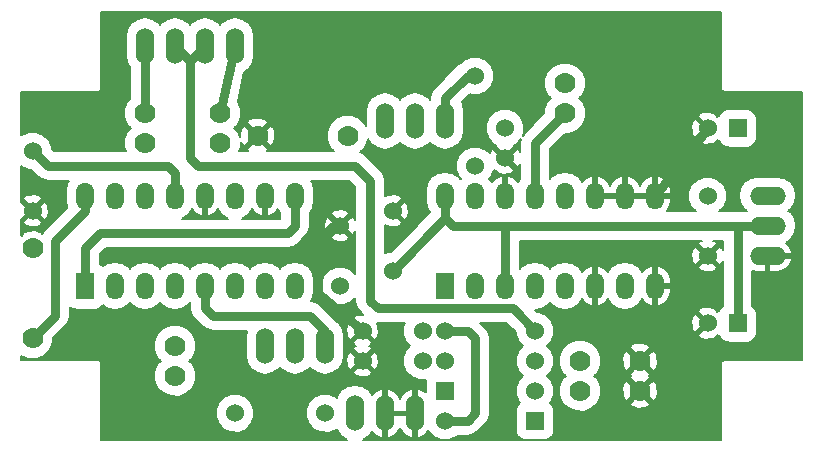
<source format=gtl>
G04 This is an RS-274x file exported by *
G04 gerbv version 2.6.0 *
G04 More information is available about gerbv at *
G04 http://gerbv.gpleda.org/ *
G04 --End of header info--*
%MOIN*%
%FSLAX34Y34*%
%IPPOS*%
G04 --Define apertures--*
%ADD10C,0.0059*%
%ADD11C,0.0700*%
%ADD12R,0.0600X0.0600*%
%ADD13C,0.0600*%
%ADD14R,0.0600X0.0900*%
%ADD15O,0.0600X0.0900*%
%ADD16O,0.0600X0.1200*%
%ADD17O,0.1200X0.0600*%
%ADD18C,0.0300*%
%ADD19C,0.0080*%
G04 --Start main section--*
G54D11*
G01X0072500Y-051000D03*
G01X0072500Y-054000D03*
G01X0080000Y-047250D03*
G01X0083000Y-047250D03*
G54D12*
G01X0096000Y-047000D03*
G54D13*
G01X0095000Y-047000D03*
G54D12*
G01X0096000Y-053500D03*
G54D13*
G01X0095000Y-053500D03*
G54D11*
G01X0092750Y-054750D03*
G01X0092750Y-055750D03*
G01X0078750Y-047500D03*
G01X0078750Y-046500D03*
G01X0076250Y-047500D03*
G01X0076250Y-046500D03*
G01X0077250Y-055250D03*
G01X0077250Y-054250D03*
G01X0090250Y-046500D03*
G01X0090250Y-045500D03*
G01X0090750Y-055750D03*
G01X0090750Y-054750D03*
G54D13*
G01X0087250Y-045250D03*
G01X0087250Y-048250D03*
G01X0089250Y-053750D03*
G01X0086250Y-053750D03*
G01X0089250Y-054750D03*
G01X0086250Y-054750D03*
G01X0082250Y-056500D03*
G01X0079250Y-056500D03*
G54D14*
G01X0074250Y-052250D03*
G54D15*
G01X0075250Y-052250D03*
G01X0076250Y-052250D03*
G01X0077250Y-052250D03*
G01X0078250Y-052250D03*
G01X0079250Y-052250D03*
G01X0080250Y-052250D03*
G01X0081250Y-052250D03*
G01X0081250Y-049250D03*
G01X0080250Y-049250D03*
G01X0079250Y-049250D03*
G01X0078250Y-049250D03*
G01X0077250Y-049250D03*
G01X0076250Y-049250D03*
G01X0075250Y-049250D03*
G01X0074250Y-049250D03*
G54D14*
G01X0086250Y-052250D03*
G54D15*
G01X0087250Y-052250D03*
G01X0088250Y-052250D03*
G01X0089250Y-052250D03*
G01X0090250Y-052250D03*
G01X0091250Y-052250D03*
G01X0092250Y-052250D03*
G01X0093250Y-052250D03*
G01X0093250Y-049250D03*
G01X0092250Y-049250D03*
G01X0091250Y-049250D03*
G01X0090250Y-049250D03*
G01X0089250Y-049250D03*
G01X0088250Y-049250D03*
G01X0087250Y-049250D03*
G01X0086250Y-049250D03*
G54D13*
G01X0072500Y-047750D03*
G01X0072500Y-049750D03*
G01X0095000Y-049250D03*
G01X0095000Y-051250D03*
G01X0084500Y-051750D03*
G01X0084500Y-049750D03*
G01X0082750Y-050250D03*
G01X0082750Y-052250D03*
G01X0085500Y-054750D03*
G01X0083500Y-054750D03*
G01X0085500Y-053750D03*
G01X0083500Y-053750D03*
G01X0088250Y-047000D03*
G01X0088250Y-048000D03*
G54D16*
G01X0076250Y-044250D03*
G01X0077250Y-044250D03*
G01X0078250Y-044250D03*
G01X0079250Y-044250D03*
G54D17*
G01X0097000Y-051250D03*
G01X0097000Y-050250D03*
G01X0097000Y-049250D03*
G54D16*
G01X0083250Y-056500D03*
G01X0085250Y-056500D03*
G01X0084250Y-056500D03*
G01X0082250Y-054250D03*
G01X0080250Y-054250D03*
G01X0081250Y-054250D03*
G01X0086250Y-046750D03*
G01X0084250Y-046750D03*
G01X0085250Y-046750D03*
G54D12*
G01X0089250Y-056750D03*
G54D13*
G01X0086250Y-056750D03*
G54D12*
G01X0086250Y-055750D03*
G54D13*
G01X0089250Y-055750D03*
G54D18*
G01X0086250Y-050000D02*
G01X0084500Y-051750D01*
G01X0077250Y-049250D02*
G01X0077250Y-048500D01*
G01X0073000Y-048250D02*
G01X0072500Y-047750D01*
G01X0077000Y-048250D02*
G01X0073000Y-048250D01*
G01X0077250Y-048500D02*
G01X0077000Y-048250D01*
G01X0096000Y-053500D02*
G01X0096000Y-050250D01*
G01X0088250Y-052250D02*
G01X0088250Y-050250D01*
G01X0097000Y-050250D02*
G01X0096000Y-050250D01*
G01X0096000Y-050250D02*
G01X0088250Y-050250D01*
G01X0088250Y-050250D02*
G01X0086500Y-050250D01*
G01X0086250Y-050000D02*
G01X0086250Y-049250D01*
G01X0086500Y-050250D02*
G01X0086250Y-050000D01*
G01X0077750Y-044750D02*
G01X0077250Y-044250D01*
G01X0077750Y-044750D02*
G01X0078250Y-044250D01*
G01X0077750Y-048000D02*
G01X0077750Y-044750D01*
G01X0083750Y-049000D02*
G01X0083750Y-048750D01*
G01X0089250Y-053750D02*
G01X0088500Y-053000D01*
G01X0084000Y-053000D02*
G01X0083750Y-052750D01*
G01X0088500Y-053000D02*
G01X0084000Y-053000D01*
G01X0083750Y-049000D02*
G01X0083750Y-052750D01*
G01X0078000Y-048250D02*
G01X0077750Y-048000D01*
G01X0083250Y-048250D02*
G01X0078000Y-048250D01*
G01X0083750Y-048750D02*
G01X0083250Y-048250D01*
G01X0076250Y-046500D02*
G01X0076250Y-044250D01*
G01X0078750Y-046500D02*
G01X0079250Y-044250D01*
G01X0093250Y-049250D02*
G01X0095000Y-047000D01*
G01X0082750Y-050250D02*
G01X0082500Y-050250D01*
G01X0082000Y-052500D02*
G01X0083500Y-053750D01*
G01X0082000Y-050750D02*
G01X0082000Y-052500D01*
G01X0082500Y-050250D02*
G01X0082000Y-050750D01*
G01X0086250Y-053750D02*
G01X0087000Y-053750D01*
G01X0087000Y-056750D02*
G01X0086250Y-056750D01*
G01X0087250Y-056500D02*
G01X0087000Y-056750D01*
G01X0087250Y-054000D02*
G01X0087250Y-056500D01*
G01X0087000Y-053750D02*
G01X0087250Y-054000D01*
G01X0078250Y-052250D02*
G01X0078250Y-053000D01*
G01X0082250Y-053750D02*
G01X0082250Y-054250D01*
G01X0081750Y-053250D02*
G01X0082250Y-053750D01*
G01X0078500Y-053250D02*
G01X0081750Y-053250D01*
G01X0078250Y-053000D02*
G01X0078500Y-053250D01*
G01X0086250Y-046750D02*
G01X0086250Y-046000D01*
G01X0087000Y-045250D02*
G01X0087250Y-045250D01*
G01X0086250Y-046000D02*
G01X0087000Y-045250D01*
G01X0074250Y-052250D02*
G01X0074250Y-051000D01*
G01X0081250Y-050250D02*
G01X0081250Y-049250D01*
G01X0081000Y-050500D02*
G01X0081250Y-050250D01*
G01X0074750Y-050500D02*
G01X0081000Y-050500D01*
G01X0074250Y-051000D02*
G01X0074750Y-050500D01*
G01X0074250Y-049250D02*
G01X0074250Y-049750D01*
G01X0073250Y-053250D02*
G01X0072500Y-054000D01*
G01X0073250Y-050750D02*
G01X0073250Y-053250D01*
G01X0074250Y-049750D02*
G01X0073250Y-050750D01*
G01X0089250Y-049250D02*
G01X0089250Y-047500D01*
G01X0089250Y-047500D02*
G01X0090250Y-046500D01*
G54D10*
G36*
G01X0072590Y-051005D02*
G01X0072505Y-051090D01*
G01X0072500Y-051084D01*
G01X0072494Y-051090D01*
G01X0072409Y-051005D01*
G01X0072415Y-051000D01*
G01X0072409Y-050994D01*
G01X0072494Y-050909D01*
G01X0072500Y-050915D01*
G01X0072505Y-050909D01*
G01X0072590Y-050994D01*
G01X0072584Y-051000D01*
G01X0072590Y-051005D01*
G01X0072590Y-051005D01*
G37*
G54D19*
G01X0072590Y-051005D02*
G01X0072505Y-051090D01*
G01X0072505Y-051090D02*
G01X0072500Y-051084D01*
G01X0072500Y-051084D02*
G01X0072494Y-051090D01*
G01X0072494Y-051090D02*
G01X0072409Y-051005D01*
G01X0072409Y-051005D02*
G01X0072415Y-051000D01*
G01X0072415Y-051000D02*
G01X0072409Y-050994D01*
G01X0072409Y-050994D02*
G01X0072494Y-050909D01*
G01X0072494Y-050909D02*
G01X0072500Y-050915D01*
G01X0072500Y-050915D02*
G01X0072505Y-050909D01*
G01X0072505Y-050909D02*
G01X0072590Y-050994D01*
G01X0072590Y-050994D02*
G01X0072584Y-051000D01*
G01X0072584Y-051000D02*
G01X0072590Y-051005D01*
G54D10*
G36*
G01X0073725Y-048740D02*
G01X0073658Y-048839D01*
G01X0073610Y-049084D01*
G01X0073610Y-049415D01*
G01X0073656Y-049650D01*
G01X0073046Y-050260D01*
G01X0073046Y-049819D01*
G01X0073031Y-049605D01*
G01X0072978Y-049476D01*
G01X0072886Y-049448D01*
G01X0072801Y-049532D01*
G01X0072801Y-049363D01*
G01X0072773Y-049271D01*
G01X0072569Y-049203D01*
G01X0072355Y-049218D01*
G01X0072226Y-049271D01*
G01X0072198Y-049363D01*
G01X0072500Y-049665D01*
G01X0072801Y-049363D01*
G01X0072801Y-049532D01*
G01X0072584Y-049750D01*
G01X0072886Y-050051D01*
G01X0072978Y-050023D01*
G01X0073046Y-049819D01*
G01X0073046Y-050260D01*
G01X0072903Y-050403D01*
G01X0072820Y-050527D01*
G01X0072803Y-050480D01*
G01X0072801Y-050479D01*
G01X0072801Y-050136D01*
G01X0072500Y-049834D01*
G01X0072198Y-050136D01*
G01X0072226Y-050228D01*
G01X0072430Y-050296D01*
G01X0072644Y-050281D01*
G01X0072773Y-050228D01*
G01X0072801Y-050136D01*
G01X0072801Y-050479D01*
G01X0072581Y-050403D01*
G01X0072347Y-050418D01*
G01X0072196Y-050480D01*
G01X0072161Y-050576D01*
G01X0072117Y-050532D01*
G01X0072109Y-050540D01*
G01X0072109Y-050050D01*
G01X0072113Y-050051D01*
G01X0072415Y-049750D01*
G01X0072113Y-049448D01*
G01X0072109Y-049449D01*
G01X0072109Y-048264D01*
G01X0072136Y-048292D01*
G01X0072372Y-048389D01*
G01X0072446Y-048389D01*
G01X0072653Y-048596D01*
G01X0072812Y-048702D01*
G01X0072812Y-048702D01*
G01X0073000Y-048740D01*
G01X0073725Y-048740D01*
G01X0073725Y-048740D01*
G37*
G54D19*
G01X0073725Y-048740D02*
G01X0073658Y-048839D01*
G01X0073658Y-048839D02*
G01X0073610Y-049084D01*
G01X0073610Y-049084D02*
G01X0073610Y-049415D01*
G01X0073610Y-049415D02*
G01X0073656Y-049650D01*
G01X0073656Y-049650D02*
G01X0073046Y-050260D01*
G01X0073046Y-050260D02*
G01X0073046Y-049819D01*
G01X0073046Y-049819D02*
G01X0073031Y-049605D01*
G01X0073031Y-049605D02*
G01X0072978Y-049476D01*
G01X0072978Y-049476D02*
G01X0072886Y-049448D01*
G01X0072886Y-049448D02*
G01X0072801Y-049532D01*
G01X0072801Y-049532D02*
G01X0072801Y-049363D01*
G01X0072801Y-049363D02*
G01X0072773Y-049271D01*
G01X0072773Y-049271D02*
G01X0072569Y-049203D01*
G01X0072569Y-049203D02*
G01X0072355Y-049218D01*
G01X0072355Y-049218D02*
G01X0072226Y-049271D01*
G01X0072226Y-049271D02*
G01X0072198Y-049363D01*
G01X0072198Y-049363D02*
G01X0072500Y-049665D01*
G01X0072500Y-049665D02*
G01X0072801Y-049363D01*
G01X0072801Y-049363D02*
G01X0072801Y-049532D01*
G01X0072801Y-049532D02*
G01X0072584Y-049750D01*
G01X0072584Y-049750D02*
G01X0072886Y-050051D01*
G01X0072886Y-050051D02*
G01X0072978Y-050023D01*
G01X0072978Y-050023D02*
G01X0073046Y-049819D01*
G01X0073046Y-049819D02*
G01X0073046Y-050260D01*
G01X0073046Y-050260D02*
G01X0072903Y-050403D01*
G01X0072903Y-050403D02*
G01X0072820Y-050527D01*
G01X0072820Y-050527D02*
G01X0072803Y-050480D01*
G01X0072803Y-050480D02*
G01X0072801Y-050479D01*
G01X0072801Y-050479D02*
G01X0072801Y-050136D01*
G01X0072801Y-050136D02*
G01X0072500Y-049834D01*
G01X0072500Y-049834D02*
G01X0072198Y-050136D01*
G01X0072198Y-050136D02*
G01X0072226Y-050228D01*
G01X0072226Y-050228D02*
G01X0072430Y-050296D01*
G01X0072430Y-050296D02*
G01X0072644Y-050281D01*
G01X0072644Y-050281D02*
G01X0072773Y-050228D01*
G01X0072773Y-050228D02*
G01X0072801Y-050136D01*
G01X0072801Y-050136D02*
G01X0072801Y-050479D01*
G01X0072801Y-050479D02*
G01X0072581Y-050403D01*
G01X0072581Y-050403D02*
G01X0072347Y-050418D01*
G01X0072347Y-050418D02*
G01X0072196Y-050480D01*
G01X0072196Y-050480D02*
G01X0072161Y-050576D01*
G01X0072161Y-050576D02*
G01X0072117Y-050532D01*
G01X0072117Y-050532D02*
G01X0072109Y-050540D01*
G01X0072109Y-050540D02*
G01X0072109Y-050050D01*
G01X0072109Y-050050D02*
G01X0072113Y-050051D01*
G01X0072113Y-050051D02*
G01X0072415Y-049750D01*
G01X0072415Y-049750D02*
G01X0072113Y-049448D01*
G01X0072113Y-049448D02*
G01X0072109Y-049449D01*
G01X0072109Y-049449D02*
G01X0072109Y-048264D01*
G01X0072109Y-048264D02*
G01X0072136Y-048292D01*
G01X0072136Y-048292D02*
G01X0072372Y-048389D01*
G01X0072372Y-048389D02*
G01X0072446Y-048389D01*
G01X0072446Y-048389D02*
G01X0072653Y-048596D01*
G01X0072653Y-048596D02*
G01X0072812Y-048702D01*
G01X0072812Y-048702D02*
G01X0072812Y-048702D01*
G01X0072812Y-048702D02*
G01X0073000Y-048740D01*
G01X0073000Y-048740D02*
G01X0073725Y-048740D01*
G54D10*
G36*
G01X0079021Y-050010D02*
G01X0077478Y-050010D01*
G01X0077494Y-050006D01*
G01X0077702Y-049868D01*
G01X0077810Y-049705D01*
G01X0077910Y-049824D01*
G01X0078106Y-049920D01*
G01X0078190Y-049876D01*
G01X0078190Y-049310D01*
G01X0078182Y-049310D01*
G01X0078182Y-049190D01*
G01X0078190Y-049190D01*
G01X0078190Y-049182D01*
G01X0078310Y-049182D01*
G01X0078310Y-049190D01*
G01X0078317Y-049190D01*
G01X0078317Y-049310D01*
G01X0078310Y-049310D01*
G01X0078310Y-049876D01*
G01X0078393Y-049920D01*
G01X0078589Y-049824D01*
G01X0078689Y-049705D01*
G01X0078797Y-049868D01*
G01X0079005Y-050006D01*
G01X0079021Y-050010D01*
G01X0079021Y-050010D01*
G37*
G54D19*
G01X0079021Y-050010D02*
G01X0077478Y-050010D01*
G01X0077478Y-050010D02*
G01X0077494Y-050006D01*
G01X0077494Y-050006D02*
G01X0077702Y-049868D01*
G01X0077702Y-049868D02*
G01X0077810Y-049705D01*
G01X0077810Y-049705D02*
G01X0077910Y-049824D01*
G01X0077910Y-049824D02*
G01X0078106Y-049920D01*
G01X0078106Y-049920D02*
G01X0078190Y-049876D01*
G01X0078190Y-049876D02*
G01X0078190Y-049310D01*
G01X0078190Y-049310D02*
G01X0078182Y-049310D01*
G01X0078182Y-049310D02*
G01X0078182Y-049190D01*
G01X0078182Y-049190D02*
G01X0078190Y-049190D01*
G01X0078190Y-049190D02*
G01X0078190Y-049182D01*
G01X0078190Y-049182D02*
G01X0078310Y-049182D01*
G01X0078310Y-049182D02*
G01X0078310Y-049190D01*
G01X0078310Y-049190D02*
G01X0078317Y-049190D01*
G01X0078317Y-049190D02*
G01X0078317Y-049310D01*
G01X0078317Y-049310D02*
G01X0078310Y-049310D01*
G01X0078310Y-049310D02*
G01X0078310Y-049876D01*
G01X0078310Y-049876D02*
G01X0078393Y-049920D01*
G01X0078393Y-049920D02*
G01X0078589Y-049824D01*
G01X0078589Y-049824D02*
G01X0078689Y-049705D01*
G01X0078689Y-049705D02*
G01X0078797Y-049868D01*
G01X0078797Y-049868D02*
G01X0079005Y-050006D01*
G01X0079005Y-050006D02*
G01X0079021Y-050010D01*
G54D10*
G36*
G01X0080760Y-050010D02*
G01X0079478Y-050010D01*
G01X0079494Y-050006D01*
G01X0079702Y-049868D01*
G01X0079810Y-049705D01*
G01X0079910Y-049824D01*
G01X0080106Y-049920D01*
G01X0080190Y-049876D01*
G01X0080190Y-049310D01*
G01X0080182Y-049310D01*
G01X0080182Y-049190D01*
G01X0080190Y-049190D01*
G01X0080190Y-049182D01*
G01X0080310Y-049182D01*
G01X0080310Y-049190D01*
G01X0080317Y-049190D01*
G01X0080317Y-049310D01*
G01X0080310Y-049310D01*
G01X0080310Y-049876D01*
G01X0080393Y-049920D01*
G01X0080589Y-049824D01*
G01X0080689Y-049705D01*
G01X0080760Y-049811D01*
G01X0080760Y-050010D01*
G01X0080760Y-050010D01*
G37*
G54D19*
G01X0080760Y-050010D02*
G01X0079478Y-050010D01*
G01X0079478Y-050010D02*
G01X0079494Y-050006D01*
G01X0079494Y-050006D02*
G01X0079702Y-049868D01*
G01X0079702Y-049868D02*
G01X0079810Y-049705D01*
G01X0079810Y-049705D02*
G01X0079910Y-049824D01*
G01X0079910Y-049824D02*
G01X0080106Y-049920D01*
G01X0080106Y-049920D02*
G01X0080190Y-049876D01*
G01X0080190Y-049876D02*
G01X0080190Y-049310D01*
G01X0080190Y-049310D02*
G01X0080182Y-049310D01*
G01X0080182Y-049310D02*
G01X0080182Y-049190D01*
G01X0080182Y-049190D02*
G01X0080190Y-049190D01*
G01X0080190Y-049190D02*
G01X0080190Y-049182D01*
G01X0080190Y-049182D02*
G01X0080310Y-049182D01*
G01X0080310Y-049182D02*
G01X0080310Y-049190D01*
G01X0080310Y-049190D02*
G01X0080317Y-049190D01*
G01X0080317Y-049190D02*
G01X0080317Y-049310D01*
G01X0080317Y-049310D02*
G01X0080310Y-049310D01*
G01X0080310Y-049310D02*
G01X0080310Y-049876D01*
G01X0080310Y-049876D02*
G01X0080393Y-049920D01*
G01X0080393Y-049920D02*
G01X0080589Y-049824D01*
G01X0080589Y-049824D02*
G01X0080689Y-049705D01*
G01X0080689Y-049705D02*
G01X0080760Y-049811D01*
G01X0080760Y-049811D02*
G01X0080760Y-050010D01*
G54D10*
G36*
G01X0098140Y-054710D02*
G01X0097820Y-054710D01*
G01X0097820Y-051393D01*
G01X0097776Y-051310D01*
G01X0097060Y-051310D01*
G01X0097060Y-051790D01*
G01X0097360Y-051790D01*
G01X0097562Y-051725D01*
G01X0097724Y-051589D01*
G01X0097820Y-051393D01*
G01X0097820Y-054710D01*
G01X0095533Y-054710D01*
G01X0095460Y-054783D01*
G01X0095460Y-057390D01*
G01X0095301Y-057390D01*
G01X0093790Y-057390D01*
G01X0093790Y-052460D01*
G01X0093790Y-052310D01*
G01X0093790Y-052190D01*
G01X0093790Y-052040D01*
G01X0093725Y-051837D01*
G01X0093589Y-051675D01*
G01X0093393Y-051579D01*
G01X0093310Y-051623D01*
G01X0093310Y-052190D01*
G01X0093790Y-052190D01*
G01X0093790Y-052310D01*
G01X0093310Y-052310D01*
G01X0093310Y-052876D01*
G01X0093393Y-052920D01*
G01X0093589Y-052824D01*
G01X0093725Y-052662D01*
G01X0093790Y-052460D01*
G01X0093790Y-057390D01*
G01X0093346Y-057390D01*
G01X0093346Y-055831D01*
G01X0093346Y-054831D01*
G01X0093331Y-054597D01*
G01X0093269Y-054446D01*
G01X0093190Y-054417D01*
G01X0093190Y-052876D01*
G01X0093190Y-052310D01*
G01X0093182Y-052310D01*
G01X0093182Y-052190D01*
G01X0093190Y-052190D01*
G01X0093190Y-051623D01*
G01X0093106Y-051579D01*
G01X0092910Y-051675D01*
G01X0092810Y-051794D01*
G01X0092702Y-051631D01*
G01X0092494Y-051493D01*
G01X0092250Y-051444D01*
G01X0092005Y-051493D01*
G01X0091797Y-051631D01*
G01X0091689Y-051794D01*
G01X0091589Y-051675D01*
G01X0091393Y-051579D01*
G01X0091310Y-051623D01*
G01X0091310Y-052190D01*
G01X0091317Y-052190D01*
G01X0091317Y-052310D01*
G01X0091310Y-052310D01*
G01X0091310Y-052876D01*
G01X0091393Y-052920D01*
G01X0091589Y-052824D01*
G01X0091689Y-052705D01*
G01X0091797Y-052868D01*
G01X0092005Y-053006D01*
G01X0092250Y-053055D01*
G01X0092494Y-053006D01*
G01X0092702Y-052868D01*
G01X0092810Y-052705D01*
G01X0092910Y-052824D01*
G01X0093106Y-052920D01*
G01X0093190Y-052876D01*
G01X0093190Y-054417D01*
G01X0093173Y-054411D01*
G01X0093088Y-054496D01*
G01X0093088Y-054326D01*
G01X0093053Y-054230D01*
G01X0092831Y-054153D01*
G01X0092597Y-054168D01*
G01X0092446Y-054230D01*
G01X0092411Y-054326D01*
G01X0092750Y-054665D01*
G01X0093088Y-054326D01*
G01X0093088Y-054496D01*
G01X0092834Y-054750D01*
G01X0093173Y-055088D01*
G01X0093269Y-055053D01*
G01X0093346Y-054831D01*
G01X0093346Y-055831D01*
G01X0093331Y-055597D01*
G01X0093269Y-055446D01*
G01X0093173Y-055411D01*
G01X0093088Y-055496D01*
G01X0093088Y-055326D01*
G01X0093060Y-055250D01*
G01X0093088Y-055173D01*
G01X0092750Y-054834D01*
G01X0092665Y-054919D01*
G01X0092665Y-054750D01*
G01X0092326Y-054411D01*
G01X0092230Y-054446D01*
G01X0092153Y-054668D01*
G01X0092168Y-054902D01*
G01X0092230Y-055053D01*
G01X0092326Y-055088D01*
G01X0092665Y-054750D01*
G01X0092665Y-054919D01*
G01X0092411Y-055173D01*
G01X0092439Y-055250D01*
G01X0092411Y-055326D01*
G01X0092750Y-055665D01*
G01X0093088Y-055326D01*
G01X0093088Y-055496D01*
G01X0092834Y-055750D01*
G01X0093173Y-056088D01*
G01X0093269Y-056053D01*
G01X0093346Y-055831D01*
G01X0093346Y-057390D01*
G01X0093088Y-057390D01*
G01X0093088Y-056173D01*
G01X0092750Y-055834D01*
G01X0092665Y-055919D01*
G01X0092665Y-055750D01*
G01X0092326Y-055411D01*
G01X0092230Y-055446D01*
G01X0092153Y-055668D01*
G01X0092168Y-055902D01*
G01X0092230Y-056053D01*
G01X0092326Y-056088D01*
G01X0092665Y-055750D01*
G01X0092665Y-055919D01*
G01X0092411Y-056173D01*
G01X0092446Y-056269D01*
G01X0092668Y-056346D01*
G01X0092902Y-056331D01*
G01X0093053Y-056269D01*
G01X0093088Y-056173D01*
G01X0093088Y-057390D01*
G01X0091440Y-057390D01*
G01X0091440Y-055613D01*
G01X0091335Y-055359D01*
G01X0091225Y-055249D01*
G01X0091334Y-055141D01*
G01X0091439Y-054887D01*
G01X0091440Y-054613D01*
G01X0091335Y-054359D01*
G01X0091141Y-054165D01*
G01X0090887Y-054060D01*
G01X0090613Y-054059D01*
G01X0090359Y-054164D01*
G01X0090165Y-054358D01*
G01X0090060Y-054612D01*
G01X0090059Y-054886D01*
G01X0090164Y-055140D01*
G01X0090274Y-055250D01*
G01X0090165Y-055358D01*
G01X0090060Y-055612D01*
G01X0090059Y-055886D01*
G01X0090164Y-056140D01*
G01X0090358Y-056334D01*
G01X0090612Y-056439D01*
G01X0090886Y-056440D01*
G01X0091140Y-056335D01*
G01X0091334Y-056141D01*
G01X0091439Y-055887D01*
G01X0091440Y-055613D01*
G01X0091440Y-057390D01*
G01X0085190Y-057390D01*
G01X0085190Y-057276D01*
G01X0085190Y-056560D01*
G01X0085190Y-056440D01*
G01X0085190Y-055723D01*
G01X0085106Y-055679D01*
G01X0084910Y-055775D01*
G01X0084774Y-055937D01*
G01X0084750Y-056013D01*
G01X0084725Y-055937D01*
G01X0084589Y-055775D01*
G01X0084393Y-055679D01*
G01X0084310Y-055723D01*
G01X0084310Y-056440D01*
G01X0084710Y-056440D01*
G01X0084790Y-056440D01*
G01X0085190Y-056440D01*
G01X0085190Y-056560D01*
G01X0084790Y-056560D01*
G01X0084710Y-056560D01*
G01X0084310Y-056560D01*
G01X0084310Y-057276D01*
G01X0084393Y-057320D01*
G01X0084589Y-057224D01*
G01X0084725Y-057062D01*
G01X0084750Y-056986D01*
G01X0084774Y-057062D01*
G01X0084910Y-057224D01*
G01X0085106Y-057320D01*
G01X0085190Y-057276D01*
G01X0085190Y-057390D01*
G01X0083523Y-057390D01*
G01X0083702Y-057270D01*
G01X0083812Y-057107D01*
G01X0083910Y-057224D01*
G01X0084106Y-057320D01*
G01X0084190Y-057276D01*
G01X0084190Y-056560D01*
G01X0084182Y-056560D01*
G01X0084182Y-056440D01*
G01X0084190Y-056440D01*
G01X0084190Y-055723D01*
G01X0084106Y-055679D01*
G01X0084046Y-055709D01*
G01X0084046Y-054819D01*
G01X0084031Y-054605D01*
G01X0083978Y-054476D01*
G01X0083886Y-054448D01*
G01X0083801Y-054532D01*
G01X0083801Y-054363D01*
G01X0083773Y-054271D01*
G01X0083714Y-054252D01*
G01X0083773Y-054228D01*
G01X0083801Y-054136D01*
G01X0083500Y-053834D01*
G01X0083415Y-053919D01*
G01X0083415Y-053750D01*
G01X0083113Y-053448D01*
G01X0083021Y-053476D01*
G01X0082953Y-053680D01*
G01X0082968Y-053894D01*
G01X0083021Y-054023D01*
G01X0083113Y-054051D01*
G01X0083415Y-053750D01*
G01X0083415Y-053919D01*
G01X0083198Y-054136D01*
G01X0083226Y-054228D01*
G01X0083285Y-054247D01*
G01X0083226Y-054271D01*
G01X0083198Y-054363D01*
G01X0083500Y-054665D01*
G01X0083801Y-054363D01*
G01X0083801Y-054532D01*
G01X0083584Y-054750D01*
G01X0083886Y-055051D01*
G01X0083978Y-055023D01*
G01X0084046Y-054819D01*
G01X0084046Y-055709D01*
G01X0083910Y-055775D01*
G01X0083812Y-055892D01*
G01X0083801Y-055877D01*
G01X0083801Y-055136D01*
G01X0083500Y-054834D01*
G01X0083415Y-054919D01*
G01X0083415Y-054750D01*
G01X0083113Y-054448D01*
G01X0083021Y-054476D01*
G01X0082953Y-054680D01*
G01X0082968Y-054894D01*
G01X0083021Y-055023D01*
G01X0083113Y-055051D01*
G01X0083415Y-054750D01*
G01X0083415Y-054919D01*
G01X0083198Y-055136D01*
G01X0083226Y-055228D01*
G01X0083430Y-055296D01*
G01X0083644Y-055281D01*
G01X0083773Y-055228D01*
G01X0083801Y-055136D01*
G01X0083801Y-055877D01*
G01X0083702Y-055729D01*
G01X0083494Y-055590D01*
G01X0083250Y-055541D01*
G01X0083005Y-055590D01*
G01X0082797Y-055729D01*
G01X0082658Y-055936D01*
G01X0082647Y-055992D01*
G01X0082613Y-055957D01*
G01X0082377Y-055860D01*
G01X0082123Y-055859D01*
G01X0081887Y-055957D01*
G01X0081707Y-056136D01*
G01X0081610Y-056372D01*
G01X0081609Y-056626D01*
G01X0081707Y-056862D01*
G01X0081886Y-057042D01*
G01X0082122Y-057139D01*
G01X0082376Y-057140D01*
G01X0082612Y-057042D01*
G01X0082647Y-057007D01*
G01X0082658Y-057063D01*
G01X0082797Y-057270D01*
G01X0082976Y-057390D01*
G01X0079890Y-057390D01*
G01X0079890Y-056373D01*
G01X0079792Y-056137D01*
G01X0079613Y-055957D01*
G01X0079377Y-055860D01*
G01X0079123Y-055859D01*
G01X0078887Y-055957D01*
G01X0078707Y-056136D01*
G01X0078610Y-056372D01*
G01X0078609Y-056626D01*
G01X0078707Y-056862D01*
G01X0078886Y-057042D01*
G01X0079122Y-057139D01*
G01X0079376Y-057140D01*
G01X0079612Y-057042D01*
G01X0079792Y-056863D01*
G01X0079889Y-056627D01*
G01X0079890Y-056373D01*
G01X0079890Y-057390D01*
G01X0077940Y-057390D01*
G01X0077940Y-055113D01*
G01X0077835Y-054859D01*
G01X0077725Y-054749D01*
G01X0077834Y-054641D01*
G01X0077939Y-054387D01*
G01X0077940Y-054113D01*
G01X0077835Y-053859D01*
G01X0077641Y-053665D01*
G01X0077387Y-053560D01*
G01X0077113Y-053559D01*
G01X0076859Y-053664D01*
G01X0076665Y-053858D01*
G01X0076560Y-054112D01*
G01X0076559Y-054386D01*
G01X0076664Y-054640D01*
G01X0076774Y-054750D01*
G01X0076665Y-054858D01*
G01X0076560Y-055112D01*
G01X0076559Y-055386D01*
G01X0076664Y-055640D01*
G01X0076858Y-055834D01*
G01X0077112Y-055939D01*
G01X0077386Y-055940D01*
G01X0077640Y-055835D01*
G01X0077834Y-055641D01*
G01X0077939Y-055387D01*
G01X0077940Y-055113D01*
G01X0077940Y-057390D01*
G01X0074790Y-057390D01*
G01X0074790Y-054783D01*
G01X0074716Y-054710D01*
G01X0072109Y-054710D01*
G01X0072109Y-054585D01*
G01X0072362Y-054689D01*
G01X0072636Y-054690D01*
G01X0072890Y-054585D01*
G01X0073084Y-054391D01*
G01X0073189Y-054137D01*
G01X0073189Y-054002D01*
G01X0073596Y-053596D01*
G01X0073596Y-053596D01*
G01X0073702Y-053437D01*
G01X0073739Y-053250D01*
G01X0073740Y-053250D01*
G01X0073740Y-052970D01*
G01X0073757Y-052988D01*
G01X0073882Y-053039D01*
G01X0074017Y-053040D01*
G01X0074617Y-053040D01*
G01X0074742Y-052988D01*
G01X0074836Y-052894D01*
G01X0075005Y-053006D01*
G01X0075250Y-053055D01*
G01X0075494Y-053006D01*
G01X0075702Y-052868D01*
G01X0075749Y-052797D01*
G01X0075797Y-052868D01*
G01X0076005Y-053006D01*
G01X0076250Y-053055D01*
G01X0076494Y-053006D01*
G01X0076702Y-052868D01*
G01X0076749Y-052797D01*
G01X0076797Y-052868D01*
G01X0077005Y-053006D01*
G01X0077250Y-053055D01*
G01X0077494Y-053006D01*
G01X0077702Y-052868D01*
G01X0077749Y-052797D01*
G01X0077760Y-052811D01*
G01X0077760Y-053000D01*
G01X0077797Y-053187D01*
G01X0077903Y-053346D01*
G01X0078153Y-053596D01*
G01X0078153Y-053596D01*
G01X0078312Y-053702D01*
G01X0078500Y-053740D01*
G01X0079648Y-053740D01*
G01X0079610Y-053931D01*
G01X0079610Y-054568D01*
G01X0079658Y-054813D01*
G01X0079797Y-055020D01*
G01X0080005Y-055159D01*
G01X0080250Y-055208D01*
G01X0080494Y-055159D01*
G01X0080702Y-055020D01*
G01X0080750Y-054949D01*
G01X0080797Y-055020D01*
G01X0081005Y-055159D01*
G01X0081250Y-055208D01*
G01X0081494Y-055159D01*
G01X0081702Y-055020D01*
G01X0081750Y-054949D01*
G01X0081797Y-055020D01*
G01X0082005Y-055159D01*
G01X0082250Y-055208D01*
G01X0082494Y-055159D01*
G01X0082702Y-055020D01*
G01X0082841Y-054813D01*
G01X0082890Y-054568D01*
G01X0082890Y-053931D01*
G01X0082841Y-053686D01*
G01X0082702Y-053479D01*
G01X0082602Y-053411D01*
G01X0082596Y-053403D01*
G01X0082096Y-052903D01*
G01X0081937Y-052797D01*
G01X0081771Y-052764D01*
G01X0081841Y-052660D01*
G01X0081890Y-052415D01*
G01X0081890Y-052084D01*
G01X0081841Y-051839D01*
G01X0081702Y-051631D01*
G01X0081494Y-051493D01*
G01X0081250Y-051444D01*
G01X0081005Y-051493D01*
G01X0080797Y-051631D01*
G01X0080750Y-051702D01*
G01X0080702Y-051631D01*
G01X0080494Y-051493D01*
G01X0080250Y-051444D01*
G01X0080005Y-051493D01*
G01X0079797Y-051631D01*
G01X0079750Y-051702D01*
G01X0079702Y-051631D01*
G01X0079494Y-051493D01*
G01X0079250Y-051444D01*
G01X0079005Y-051493D01*
G01X0078797Y-051631D01*
G01X0078750Y-051702D01*
G01X0078702Y-051631D01*
G01X0078494Y-051493D01*
G01X0078250Y-051444D01*
G01X0078005Y-051493D01*
G01X0077797Y-051631D01*
G01X0077750Y-051702D01*
G01X0077702Y-051631D01*
G01X0077494Y-051493D01*
G01X0077250Y-051444D01*
G01X0077005Y-051493D01*
G01X0076797Y-051631D01*
G01X0076750Y-051702D01*
G01X0076702Y-051631D01*
G01X0076494Y-051493D01*
G01X0076250Y-051444D01*
G01X0076005Y-051493D01*
G01X0075797Y-051631D01*
G01X0075750Y-051702D01*
G01X0075702Y-051631D01*
G01X0075494Y-051493D01*
G01X0075250Y-051444D01*
G01X0075005Y-051493D01*
G01X0074836Y-051605D01*
G01X0074742Y-051511D01*
G01X0074740Y-051510D01*
G01X0074740Y-051202D01*
G01X0074952Y-050990D01*
G01X0081000Y-050990D01*
G01X0081187Y-050952D01*
G01X0081187Y-050952D01*
G01X0081346Y-050846D01*
G01X0081596Y-050596D01*
G01X0081596Y-050596D01*
G01X0081702Y-050437D01*
G01X0081739Y-050250D01*
G01X0081740Y-050250D01*
G01X0081740Y-049811D01*
G01X0081841Y-049660D01*
G01X0081890Y-049415D01*
G01X0081890Y-049084D01*
G01X0081841Y-048839D01*
G01X0081774Y-048740D01*
G01X0083047Y-048740D01*
G01X0083260Y-048952D01*
G01X0083260Y-049000D01*
G01X0083260Y-050053D01*
G01X0083228Y-049976D01*
G01X0083136Y-049948D01*
G01X0083051Y-050032D01*
G01X0083051Y-049863D01*
G01X0083023Y-049771D01*
G01X0082819Y-049703D01*
G01X0082605Y-049718D01*
G01X0082476Y-049771D01*
G01X0082448Y-049863D01*
G01X0082750Y-050165D01*
G01X0083051Y-049863D01*
G01X0083051Y-050032D01*
G01X0082834Y-050250D01*
G01X0083136Y-050551D01*
G01X0083228Y-050523D01*
G01X0083260Y-050427D01*
G01X0083260Y-051855D01*
G01X0083113Y-051707D01*
G01X0083051Y-051682D01*
G01X0083051Y-050636D01*
G01X0082750Y-050334D01*
G01X0082665Y-050419D01*
G01X0082665Y-050250D01*
G01X0082363Y-049948D01*
G01X0082271Y-049976D01*
G01X0082203Y-050180D01*
G01X0082218Y-050394D01*
G01X0082271Y-050523D01*
G01X0082363Y-050551D01*
G01X0082665Y-050250D01*
G01X0082665Y-050419D01*
G01X0082448Y-050636D01*
G01X0082476Y-050728D01*
G01X0082680Y-050796D01*
G01X0082894Y-050781D01*
G01X0083023Y-050728D01*
G01X0083051Y-050636D01*
G01X0083051Y-051682D01*
G01X0082877Y-051610D01*
G01X0082623Y-051609D01*
G01X0082387Y-051707D01*
G01X0082207Y-051886D01*
G01X0082110Y-052122D01*
G01X0082109Y-052376D01*
G01X0082207Y-052612D01*
G01X0082386Y-052792D01*
G01X0082622Y-052889D01*
G01X0082876Y-052890D01*
G01X0083112Y-052792D01*
G01X0083260Y-052645D01*
G01X0083260Y-052750D01*
G01X0083297Y-052937D01*
G01X0083403Y-053096D01*
G01X0083514Y-053207D01*
G01X0083355Y-053218D01*
G01X0083226Y-053271D01*
G01X0083198Y-053363D01*
G01X0083500Y-053665D01*
G01X0083505Y-053659D01*
G01X0083590Y-053744D01*
G01X0083584Y-053750D01*
G01X0083886Y-054051D01*
G01X0083978Y-054023D01*
G01X0084046Y-053819D01*
G01X0084031Y-053605D01*
G01X0083982Y-053486D01*
G01X0084000Y-053490D01*
G01X0084914Y-053490D01*
G01X0084860Y-053622D01*
G01X0084859Y-053876D01*
G01X0084957Y-054112D01*
G01X0085094Y-054250D01*
G01X0084957Y-054386D01*
G01X0084860Y-054622D01*
G01X0084859Y-054876D01*
G01X0084957Y-055112D01*
G01X0085136Y-055292D01*
G01X0085372Y-055389D01*
G01X0085610Y-055390D01*
G01X0085609Y-055517D01*
G01X0085609Y-055800D01*
G01X0085589Y-055775D01*
G01X0085393Y-055679D01*
G01X0085310Y-055723D01*
G01X0085310Y-056440D01*
G01X0085317Y-056440D01*
G01X0085317Y-056560D01*
G01X0085310Y-056560D01*
G01X0085310Y-057276D01*
G01X0085393Y-057320D01*
G01X0085589Y-057224D01*
G01X0085699Y-057093D01*
G01X0085707Y-057112D01*
G01X0085886Y-057292D01*
G01X0086122Y-057389D01*
G01X0086376Y-057390D01*
G01X0086612Y-057292D01*
G01X0086665Y-057240D01*
G01X0087000Y-057240D01*
G01X0087187Y-057202D01*
G01X0087187Y-057202D01*
G01X0087346Y-057096D01*
G01X0087596Y-056846D01*
G01X0087596Y-056846D01*
G01X0087702Y-056687D01*
G01X0087739Y-056500D01*
G01X0087740Y-056500D01*
G01X0087740Y-054000D01*
G01X0087702Y-053812D01*
G01X0087596Y-053653D01*
G01X0087596Y-053653D01*
G01X0087432Y-053490D01*
G01X0088297Y-053490D01*
G01X0088609Y-053802D01*
G01X0088609Y-053876D01*
G01X0088707Y-054112D01*
G01X0088844Y-054250D01*
G01X0088707Y-054386D01*
G01X0088610Y-054622D01*
G01X0088609Y-054876D01*
G01X0088707Y-055112D01*
G01X0088844Y-055250D01*
G01X0088707Y-055386D01*
G01X0088610Y-055622D01*
G01X0088609Y-055876D01*
G01X0088707Y-056112D01*
G01X0088757Y-056162D01*
G01X0088661Y-056257D01*
G01X0088610Y-056382D01*
G01X0088609Y-056517D01*
G01X0088609Y-057117D01*
G01X0088661Y-057242D01*
G01X0088757Y-057338D01*
G01X0088882Y-057389D01*
G01X0089017Y-057390D01*
G01X0089617Y-057390D01*
G01X0089742Y-057338D01*
G01X0089838Y-057242D01*
G01X0089889Y-057117D01*
G01X0089890Y-056982D01*
G01X0089890Y-056382D01*
G01X0089838Y-056257D01*
G01X0089743Y-056162D01*
G01X0089792Y-056113D01*
G01X0089889Y-055877D01*
G01X0089890Y-055623D01*
G01X0089792Y-055387D01*
G01X0089655Y-055249D01*
G01X0089792Y-055113D01*
G01X0089889Y-054877D01*
G01X0089890Y-054623D01*
G01X0089792Y-054387D01*
G01X0089655Y-054249D01*
G01X0089792Y-054113D01*
G01X0089889Y-053877D01*
G01X0089890Y-053623D01*
G01X0089792Y-053387D01*
G01X0089613Y-053207D01*
G01X0089377Y-053110D01*
G01X0089303Y-053110D01*
G01X0089248Y-053055D01*
G01X0089250Y-053055D01*
G01X0089494Y-053006D01*
G01X0089702Y-052868D01*
G01X0089750Y-052797D01*
G01X0089797Y-052868D01*
G01X0090005Y-053006D01*
G01X0090250Y-053055D01*
G01X0090494Y-053006D01*
G01X0090702Y-052868D01*
G01X0090810Y-052705D01*
G01X0090910Y-052824D01*
G01X0091106Y-052920D01*
G01X0091190Y-052876D01*
G01X0091190Y-052310D01*
G01X0091182Y-052310D01*
G01X0091182Y-052190D01*
G01X0091190Y-052190D01*
G01X0091190Y-051623D01*
G01X0091106Y-051579D01*
G01X0090910Y-051675D01*
G01X0090810Y-051794D01*
G01X0090702Y-051631D01*
G01X0090494Y-051493D01*
G01X0090250Y-051444D01*
G01X0090005Y-051493D01*
G01X0089797Y-051631D01*
G01X0089750Y-051702D01*
G01X0089702Y-051631D01*
G01X0089494Y-051493D01*
G01X0089250Y-051444D01*
G01X0089005Y-051493D01*
G01X0088797Y-051631D01*
G01X0088750Y-051702D01*
G01X0088740Y-051688D01*
G01X0088740Y-050740D01*
G01X0094803Y-050740D01*
G01X0094726Y-050771D01*
G01X0094698Y-050863D01*
G01X0095000Y-051165D01*
G01X0095301Y-050863D01*
G01X0095273Y-050771D01*
G01X0095177Y-050740D01*
G01X0095510Y-050740D01*
G01X0095510Y-051053D01*
G01X0095478Y-050976D01*
G01X0095386Y-050948D01*
G01X0095084Y-051250D01*
G01X0095386Y-051551D01*
G01X0095478Y-051523D01*
G01X0095510Y-051427D01*
G01X0095510Y-052910D01*
G01X0095507Y-052911D01*
G01X0095411Y-053007D01*
G01X0095374Y-053097D01*
G01X0095346Y-053068D01*
G01X0095301Y-053113D01*
G01X0095301Y-051636D01*
G01X0095000Y-051334D01*
G01X0094915Y-051419D01*
G01X0094915Y-051250D01*
G01X0094613Y-050948D01*
G01X0094521Y-050976D01*
G01X0094453Y-051180D01*
G01X0094468Y-051394D01*
G01X0094521Y-051523D01*
G01X0094613Y-051551D01*
G01X0094915Y-051250D01*
G01X0094915Y-051419D01*
G01X0094698Y-051636D01*
G01X0094726Y-051728D01*
G01X0094930Y-051796D01*
G01X0095144Y-051781D01*
G01X0095273Y-051728D01*
G01X0095301Y-051636D01*
G01X0095301Y-053113D01*
G01X0095301Y-053113D01*
G01X0095273Y-053021D01*
G01X0095069Y-052953D01*
G01X0094855Y-052968D01*
G01X0094726Y-053021D01*
G01X0094698Y-053113D01*
G01X0095000Y-053415D01*
G01X0095005Y-053409D01*
G01X0095090Y-053494D01*
G01X0095084Y-053500D01*
G01X0095090Y-053505D01*
G01X0095005Y-053590D01*
G01X0095000Y-053584D01*
G01X0094915Y-053669D01*
G01X0094915Y-053500D01*
G01X0094613Y-053198D01*
G01X0094521Y-053226D01*
G01X0094453Y-053430D01*
G01X0094468Y-053644D01*
G01X0094521Y-053773D01*
G01X0094613Y-053801D01*
G01X0094915Y-053500D01*
G01X0094915Y-053669D01*
G01X0094698Y-053886D01*
G01X0094726Y-053978D01*
G01X0094930Y-054046D01*
G01X0095144Y-054031D01*
G01X0095273Y-053978D01*
G01X0095301Y-053886D01*
G01X0095301Y-053886D01*
G01X0095346Y-053931D01*
G01X0095374Y-053902D01*
G01X0095411Y-053992D01*
G01X0095507Y-054088D01*
G01X0095632Y-054139D01*
G01X0095767Y-054140D01*
G01X0096367Y-054140D01*
G01X0096492Y-054088D01*
G01X0096588Y-053992D01*
G01X0096639Y-053867D01*
G01X0096640Y-053732D01*
G01X0096640Y-053132D01*
G01X0096588Y-053007D01*
G01X0096492Y-052911D01*
G01X0096490Y-052910D01*
G01X0096490Y-051742D01*
G01X0096640Y-051790D01*
G01X0096940Y-051790D01*
G01X0096940Y-051310D01*
G01X0096932Y-051310D01*
G01X0096932Y-051190D01*
G01X0096940Y-051190D01*
G01X0096940Y-051182D01*
G01X0097060Y-051182D01*
G01X0097060Y-051190D01*
G01X0097776Y-051190D01*
G01X0097820Y-051106D01*
G01X0097724Y-050910D01*
G01X0097607Y-050812D01*
G01X0097770Y-050702D01*
G01X0097909Y-050494D01*
G01X0097958Y-050250D01*
G01X0097909Y-050005D01*
G01X0097770Y-049797D01*
G01X0097699Y-049749D01*
G01X0097770Y-049702D01*
G01X0097909Y-049494D01*
G01X0097958Y-049250D01*
G01X0097909Y-049005D01*
G01X0097770Y-048797D01*
G01X0097563Y-048658D01*
G01X0097318Y-048610D01*
G01X0096681Y-048610D01*
G01X0096640Y-048618D01*
G01X0096640Y-047232D01*
G01X0096640Y-046632D01*
G01X0096588Y-046507D01*
G01X0096492Y-046411D01*
G01X0096367Y-046360D01*
G01X0096232Y-046359D01*
G01X0095632Y-046359D01*
G01X0095507Y-046411D01*
G01X0095411Y-046507D01*
G01X0095374Y-046597D01*
G01X0095346Y-046568D01*
G01X0095301Y-046613D01*
G01X0095273Y-046521D01*
G01X0095069Y-046453D01*
G01X0094855Y-046468D01*
G01X0094726Y-046521D01*
G01X0094698Y-046613D01*
G01X0095000Y-046915D01*
G01X0095005Y-046909D01*
G01X0095090Y-046994D01*
G01X0095084Y-047000D01*
G01X0095090Y-047005D01*
G01X0095005Y-047090D01*
G01X0095000Y-047084D01*
G01X0094915Y-047169D01*
G01X0094915Y-047000D01*
G01X0094613Y-046698D01*
G01X0094521Y-046726D01*
G01X0094453Y-046930D01*
G01X0094468Y-047144D01*
G01X0094521Y-047273D01*
G01X0094613Y-047301D01*
G01X0094915Y-047000D01*
G01X0094915Y-047169D01*
G01X0094698Y-047386D01*
G01X0094726Y-047478D01*
G01X0094930Y-047546D01*
G01X0095144Y-047531D01*
G01X0095273Y-047478D01*
G01X0095301Y-047386D01*
G01X0095301Y-047386D01*
G01X0095346Y-047431D01*
G01X0095374Y-047402D01*
G01X0095411Y-047492D01*
G01X0095507Y-047588D01*
G01X0095632Y-047639D01*
G01X0095767Y-047640D01*
G01X0096367Y-047640D01*
G01X0096492Y-047588D01*
G01X0096588Y-047492D01*
G01X0096639Y-047367D01*
G01X0096640Y-047232D01*
G01X0096640Y-048618D01*
G01X0096436Y-048658D01*
G01X0096229Y-048797D01*
G01X0096090Y-049005D01*
G01X0096041Y-049250D01*
G01X0096090Y-049494D01*
G01X0096229Y-049702D01*
G01X0096300Y-049750D01*
G01X0096285Y-049760D01*
G01X0096000Y-049760D01*
G01X0095394Y-049760D01*
G01X0095542Y-049613D01*
G01X0095639Y-049377D01*
G01X0095640Y-049123D01*
G01X0095542Y-048887D01*
G01X0095363Y-048707D01*
G01X0095301Y-048682D01*
G01X0095127Y-048610D01*
G01X0094873Y-048609D01*
G01X0094637Y-048707D01*
G01X0094457Y-048886D01*
G01X0094360Y-049122D01*
G01X0094359Y-049376D01*
G01X0094457Y-049612D01*
G01X0094604Y-049760D01*
G01X0093643Y-049760D01*
G01X0093725Y-049662D01*
G01X0093790Y-049460D01*
G01X0093790Y-049310D01*
G01X0093790Y-049190D01*
G01X0093790Y-049040D01*
G01X0093725Y-048837D01*
G01X0093589Y-048675D01*
G01X0093393Y-048579D01*
G01X0093310Y-048623D01*
G01X0093310Y-049190D01*
G01X0093790Y-049190D01*
G01X0093790Y-049310D01*
G01X0093310Y-049310D01*
G01X0093310Y-049317D01*
G01X0093190Y-049317D01*
G01X0093190Y-049310D01*
G01X0093190Y-049190D01*
G01X0093190Y-048623D01*
G01X0093106Y-048579D01*
G01X0092910Y-048675D01*
G01X0092774Y-048837D01*
G01X0092750Y-048913D01*
G01X0092725Y-048837D01*
G01X0092589Y-048675D01*
G01X0092393Y-048579D01*
G01X0092310Y-048623D01*
G01X0092310Y-049190D01*
G01X0092710Y-049190D01*
G01X0092790Y-049190D01*
G01X0093190Y-049190D01*
G01X0093190Y-049310D01*
G01X0092790Y-049310D01*
G01X0092710Y-049310D01*
G01X0092310Y-049310D01*
G01X0092310Y-049317D01*
G01X0092190Y-049317D01*
G01X0092190Y-049310D01*
G01X0092190Y-049190D01*
G01X0092190Y-048623D01*
G01X0092106Y-048579D01*
G01X0091910Y-048675D01*
G01X0091774Y-048837D01*
G01X0091750Y-048913D01*
G01X0091725Y-048837D01*
G01X0091589Y-048675D01*
G01X0091393Y-048579D01*
G01X0091310Y-048623D01*
G01X0091310Y-049190D01*
G01X0091710Y-049190D01*
G01X0091790Y-049190D01*
G01X0092190Y-049190D01*
G01X0092190Y-049310D01*
G01X0091790Y-049310D01*
G01X0091710Y-049310D01*
G01X0091310Y-049310D01*
G01X0091310Y-049317D01*
G01X0091190Y-049317D01*
G01X0091190Y-049310D01*
G01X0091182Y-049310D01*
G01X0091182Y-049190D01*
G01X0091190Y-049190D01*
G01X0091190Y-048623D01*
G01X0091106Y-048579D01*
G01X0090910Y-048675D01*
G01X0090810Y-048794D01*
G01X0090702Y-048631D01*
G01X0090494Y-048493D01*
G01X0090250Y-048444D01*
G01X0090005Y-048493D01*
G01X0089797Y-048631D01*
G01X0089750Y-048702D01*
G01X0089740Y-048688D01*
G01X0089740Y-047702D01*
G01X0090252Y-047190D01*
G01X0090386Y-047190D01*
G01X0090640Y-047085D01*
G01X0090834Y-046891D01*
G01X0090939Y-046637D01*
G01X0090940Y-046363D01*
G01X0090835Y-046109D01*
G01X0090725Y-045999D01*
G01X0090834Y-045891D01*
G01X0090939Y-045637D01*
G01X0090940Y-045363D01*
G01X0090835Y-045109D01*
G01X0090641Y-044915D01*
G01X0090387Y-044810D01*
G01X0090113Y-044809D01*
G01X0089859Y-044914D01*
G01X0089665Y-045108D01*
G01X0089560Y-045362D01*
G01X0089559Y-045636D01*
G01X0089664Y-045890D01*
G01X0089774Y-046000D01*
G01X0089665Y-046108D01*
G01X0089560Y-046362D01*
G01X0089560Y-046497D01*
G01X0088903Y-047153D01*
G01X0088839Y-047249D01*
G01X0088889Y-047127D01*
G01X0088890Y-046873D01*
G01X0088792Y-046637D01*
G01X0088613Y-046457D01*
G01X0088377Y-046360D01*
G01X0088123Y-046359D01*
G01X0087887Y-046457D01*
G01X0087707Y-046636D01*
G01X0087610Y-046872D01*
G01X0087609Y-047126D01*
G01X0087707Y-047362D01*
G01X0087886Y-047542D01*
G01X0087960Y-047572D01*
G01X0087948Y-047613D01*
G01X0088250Y-047915D01*
G01X0088551Y-047613D01*
G01X0088539Y-047572D01*
G01X0088612Y-047542D01*
G01X0088786Y-047369D01*
G01X0088760Y-047500D01*
G01X0088760Y-047803D01*
G01X0088728Y-047726D01*
G01X0088636Y-047698D01*
G01X0088334Y-048000D01*
G01X0088636Y-048301D01*
G01X0088728Y-048273D01*
G01X0088760Y-048177D01*
G01X0088760Y-048688D01*
G01X0088689Y-048794D01*
G01X0088589Y-048675D01*
G01X0088551Y-048657D01*
G01X0088393Y-048579D01*
G01X0088310Y-048623D01*
G01X0088310Y-049190D01*
G01X0088317Y-049190D01*
G01X0088317Y-049310D01*
G01X0088310Y-049310D01*
G01X0088310Y-049317D01*
G01X0088190Y-049317D01*
G01X0088190Y-049310D01*
G01X0088182Y-049310D01*
G01X0088182Y-049190D01*
G01X0088190Y-049190D01*
G01X0088190Y-048623D01*
G01X0088106Y-048579D01*
G01X0087910Y-048675D01*
G01X0087810Y-048794D01*
G01X0087730Y-048674D01*
G01X0087792Y-048613D01*
G01X0087878Y-048405D01*
G01X0087903Y-048431D01*
G01X0087948Y-048386D01*
G01X0087976Y-048478D01*
G01X0088180Y-048546D01*
G01X0088394Y-048531D01*
G01X0088523Y-048478D01*
G01X0088551Y-048386D01*
G01X0088250Y-048084D01*
G01X0088244Y-048090D01*
G01X0088159Y-048005D01*
G01X0088165Y-048000D01*
G01X0087863Y-047698D01*
G01X0087771Y-047726D01*
G01X0087736Y-047831D01*
G01X0087613Y-047707D01*
G01X0087377Y-047610D01*
G01X0087123Y-047609D01*
G01X0086887Y-047707D01*
G01X0086707Y-047886D01*
G01X0086610Y-048122D01*
G01X0086609Y-048376D01*
G01X0086707Y-048612D01*
G01X0086769Y-048674D01*
G01X0086750Y-048702D01*
G01X0086702Y-048631D01*
G01X0086494Y-048493D01*
G01X0086250Y-048444D01*
G01X0086005Y-048493D01*
G01X0085797Y-048631D01*
G01X0085658Y-048839D01*
G01X0085610Y-049084D01*
G01X0085610Y-049415D01*
G01X0085658Y-049660D01*
G01X0085754Y-049803D01*
G01X0085046Y-050510D01*
G01X0085046Y-049819D01*
G01X0085031Y-049605D01*
G01X0084978Y-049476D01*
G01X0084886Y-049448D01*
G01X0084584Y-049750D01*
G01X0084886Y-050051D01*
G01X0084978Y-050023D01*
G01X0085046Y-049819D01*
G01X0085046Y-050510D01*
G01X0084447Y-051109D01*
G01X0084373Y-051109D01*
G01X0084240Y-051164D01*
G01X0084240Y-050232D01*
G01X0084430Y-050296D01*
G01X0084644Y-050281D01*
G01X0084773Y-050228D01*
G01X0084801Y-050136D01*
G01X0084500Y-049834D01*
G01X0084494Y-049840D01*
G01X0084409Y-049755D01*
G01X0084415Y-049750D01*
G01X0084409Y-049744D01*
G01X0084494Y-049659D01*
G01X0084500Y-049665D01*
G01X0084801Y-049363D01*
G01X0084773Y-049271D01*
G01X0084569Y-049203D01*
G01X0084355Y-049218D01*
G01X0084240Y-049266D01*
G01X0084240Y-049000D01*
G01X0084240Y-048750D01*
G01X0084202Y-048562D01*
G01X0084202Y-048562D01*
G01X0084096Y-048403D01*
G01X0083596Y-047903D01*
G01X0083437Y-047797D01*
G01X0083429Y-047795D01*
G01X0083584Y-047641D01*
G01X0083689Y-047387D01*
G01X0083689Y-047360D01*
G01X0083797Y-047520D01*
G01X0084005Y-047659D01*
G01X0084250Y-047708D01*
G01X0084494Y-047659D01*
G01X0084702Y-047520D01*
G01X0084750Y-047449D01*
G01X0084797Y-047520D01*
G01X0085005Y-047659D01*
G01X0085250Y-047708D01*
G01X0085494Y-047659D01*
G01X0085702Y-047520D01*
G01X0085750Y-047449D01*
G01X0085797Y-047520D01*
G01X0086005Y-047659D01*
G01X0086250Y-047708D01*
G01X0086494Y-047659D01*
G01X0086702Y-047520D01*
G01X0086841Y-047313D01*
G01X0086890Y-047068D01*
G01X0086890Y-046431D01*
G01X0086841Y-046186D01*
G01X0086807Y-046135D01*
G01X0087073Y-045869D01*
G01X0087122Y-045889D01*
G01X0087376Y-045890D01*
G01X0087612Y-045792D01*
G01X0087792Y-045613D01*
G01X0087889Y-045377D01*
G01X0087890Y-045123D01*
G01X0087792Y-044887D01*
G01X0087613Y-044707D01*
G01X0087377Y-044610D01*
G01X0087123Y-044609D01*
G01X0086887Y-044707D01*
G01X0086767Y-044827D01*
G01X0086767Y-044827D01*
G01X0086653Y-044903D01*
G01X0085903Y-045653D01*
G01X0085797Y-045812D01*
G01X0085760Y-046000D01*
G01X0085760Y-046035D01*
G01X0085750Y-046050D01*
G01X0085702Y-045979D01*
G01X0085494Y-045840D01*
G01X0085250Y-045791D01*
G01X0085005Y-045840D01*
G01X0084797Y-045979D01*
G01X0084750Y-046050D01*
G01X0084702Y-045979D01*
G01X0084494Y-045840D01*
G01X0084250Y-045791D01*
G01X0084005Y-045840D01*
G01X0083797Y-045979D01*
G01X0083658Y-046186D01*
G01X0083610Y-046431D01*
G01X0083610Y-046919D01*
G01X0083585Y-046859D01*
G01X0083391Y-046665D01*
G01X0083137Y-046560D01*
G01X0082863Y-046559D01*
G01X0082609Y-046664D01*
G01X0082415Y-046858D01*
G01X0082310Y-047112D01*
G01X0082309Y-047386D01*
G01X0082414Y-047640D01*
G01X0082534Y-047760D01*
G01X0080596Y-047760D01*
G01X0080596Y-047331D01*
G01X0080581Y-047097D01*
G01X0080519Y-046946D01*
G01X0080423Y-046911D01*
G01X0080338Y-046996D01*
G01X0080338Y-046826D01*
G01X0080303Y-046730D01*
G01X0080081Y-046653D01*
G01X0079847Y-046668D01*
G01X0079696Y-046730D01*
G01X0079661Y-046826D01*
G01X0080000Y-047165D01*
G01X0080338Y-046826D01*
G01X0080338Y-046996D01*
G01X0080084Y-047250D01*
G01X0080423Y-047588D01*
G01X0080519Y-047553D01*
G01X0080596Y-047331D01*
G01X0080596Y-047760D01*
G01X0080306Y-047760D01*
G01X0080338Y-047673D01*
G01X0080000Y-047334D01*
G01X0079661Y-047673D01*
G01X0079693Y-047760D01*
G01X0079389Y-047760D01*
G01X0079439Y-047637D01*
G01X0079440Y-047455D01*
G01X0079480Y-047553D01*
G01X0079576Y-047588D01*
G01X0079915Y-047250D01*
G01X0079576Y-046911D01*
G01X0079480Y-046946D01*
G01X0079403Y-047168D01*
G01X0079411Y-047294D01*
G01X0079335Y-047109D01*
G01X0079225Y-046999D01*
G01X0079334Y-046891D01*
G01X0079439Y-046637D01*
G01X0079440Y-046363D01*
G01X0079337Y-046114D01*
G01X0079558Y-045117D01*
G01X0079702Y-045020D01*
G01X0079841Y-044813D01*
G01X0079890Y-044568D01*
G01X0079890Y-043931D01*
G01X0079841Y-043686D01*
G01X0079702Y-043479D01*
G01X0079494Y-043340D01*
G01X0079250Y-043291D01*
G01X0079005Y-043340D01*
G01X0078797Y-043479D01*
G01X0078750Y-043550D01*
G01X0078702Y-043479D01*
G01X0078494Y-043340D01*
G01X0078250Y-043291D01*
G01X0078005Y-043340D01*
G01X0077797Y-043479D01*
G01X0077750Y-043550D01*
G01X0077702Y-043479D01*
G01X0077494Y-043340D01*
G01X0077250Y-043291D01*
G01X0077005Y-043340D01*
G01X0076797Y-043479D01*
G01X0076750Y-043550D01*
G01X0076702Y-043479D01*
G01X0076494Y-043340D01*
G01X0076250Y-043291D01*
G01X0076005Y-043340D01*
G01X0075797Y-043479D01*
G01X0075658Y-043686D01*
G01X0075610Y-043931D01*
G01X0075610Y-044568D01*
G01X0075658Y-044813D01*
G01X0075760Y-044964D01*
G01X0075760Y-046014D01*
G01X0075665Y-046108D01*
G01X0075560Y-046362D01*
G01X0075559Y-046636D01*
G01X0075664Y-046890D01*
G01X0075774Y-047000D01*
G01X0075665Y-047108D01*
G01X0075560Y-047362D01*
G01X0075559Y-047636D01*
G01X0075610Y-047760D01*
G01X0073202Y-047760D01*
G01X0073140Y-047697D01*
G01X0073140Y-047623D01*
G01X0073042Y-047387D01*
G01X0072863Y-047207D01*
G01X0072627Y-047110D01*
G01X0072373Y-047109D01*
G01X0072137Y-047207D01*
G01X0072109Y-047235D01*
G01X0072109Y-045790D01*
G01X0074716Y-045790D01*
G01X0074790Y-045716D01*
G01X0074790Y-043109D01*
G01X0095460Y-043109D01*
G01X0095460Y-045716D01*
G01X0095533Y-045790D01*
G01X0098140Y-045790D01*
G01X0098140Y-054710D01*
G01X0098140Y-054710D01*
G37*
G54D19*
G01X0098140Y-054710D02*
G01X0097820Y-054710D01*
G01X0097820Y-054710D02*
G01X0097820Y-051393D01*
G01X0097820Y-051393D02*
G01X0097776Y-051310D01*
G01X0097776Y-051310D02*
G01X0097060Y-051310D01*
G01X0097060Y-051310D02*
G01X0097060Y-051790D01*
G01X0097060Y-051790D02*
G01X0097360Y-051790D01*
G01X0097360Y-051790D02*
G01X0097562Y-051725D01*
G01X0097562Y-051725D02*
G01X0097724Y-051589D01*
G01X0097724Y-051589D02*
G01X0097820Y-051393D01*
G01X0097820Y-051393D02*
G01X0097820Y-054710D01*
G01X0097820Y-054710D02*
G01X0095533Y-054710D01*
G01X0095533Y-054710D02*
G01X0095460Y-054783D01*
G01X0095460Y-054783D02*
G01X0095460Y-057390D01*
G01X0095460Y-057390D02*
G01X0095301Y-057390D01*
G01X0095301Y-057390D02*
G01X0093790Y-057390D01*
G01X0093790Y-057390D02*
G01X0093790Y-052460D01*
G01X0093790Y-052460D02*
G01X0093790Y-052310D01*
G01X0093790Y-052310D02*
G01X0093790Y-052190D01*
G01X0093790Y-052190D02*
G01X0093790Y-052040D01*
G01X0093790Y-052040D02*
G01X0093725Y-051837D01*
G01X0093725Y-051837D02*
G01X0093589Y-051675D01*
G01X0093589Y-051675D02*
G01X0093393Y-051579D01*
G01X0093393Y-051579D02*
G01X0093310Y-051623D01*
G01X0093310Y-051623D02*
G01X0093310Y-052190D01*
G01X0093310Y-052190D02*
G01X0093790Y-052190D01*
G01X0093790Y-052190D02*
G01X0093790Y-052310D01*
G01X0093790Y-052310D02*
G01X0093310Y-052310D01*
G01X0093310Y-052310D02*
G01X0093310Y-052876D01*
G01X0093310Y-052876D02*
G01X0093393Y-052920D01*
G01X0093393Y-052920D02*
G01X0093589Y-052824D01*
G01X0093589Y-052824D02*
G01X0093725Y-052662D01*
G01X0093725Y-052662D02*
G01X0093790Y-052460D01*
G01X0093790Y-052460D02*
G01X0093790Y-057390D01*
G01X0093790Y-057390D02*
G01X0093346Y-057390D01*
G01X0093346Y-057390D02*
G01X0093346Y-055831D01*
G01X0093346Y-055831D02*
G01X0093346Y-054831D01*
G01X0093346Y-054831D02*
G01X0093331Y-054597D01*
G01X0093331Y-054597D02*
G01X0093269Y-054446D01*
G01X0093269Y-054446D02*
G01X0093190Y-054417D01*
G01X0093190Y-054417D02*
G01X0093190Y-052876D01*
G01X0093190Y-052876D02*
G01X0093190Y-052310D01*
G01X0093190Y-052310D02*
G01X0093182Y-052310D01*
G01X0093182Y-052310D02*
G01X0093182Y-052190D01*
G01X0093182Y-052190D02*
G01X0093190Y-052190D01*
G01X0093190Y-052190D02*
G01X0093190Y-051623D01*
G01X0093190Y-051623D02*
G01X0093106Y-051579D01*
G01X0093106Y-051579D02*
G01X0092910Y-051675D01*
G01X0092910Y-051675D02*
G01X0092810Y-051794D01*
G01X0092810Y-051794D02*
G01X0092702Y-051631D01*
G01X0092702Y-051631D02*
G01X0092494Y-051493D01*
G01X0092494Y-051493D02*
G01X0092250Y-051444D01*
G01X0092250Y-051444D02*
G01X0092005Y-051493D01*
G01X0092005Y-051493D02*
G01X0091797Y-051631D01*
G01X0091797Y-051631D02*
G01X0091689Y-051794D01*
G01X0091689Y-051794D02*
G01X0091589Y-051675D01*
G01X0091589Y-051675D02*
G01X0091393Y-051579D01*
G01X0091393Y-051579D02*
G01X0091310Y-051623D01*
G01X0091310Y-051623D02*
G01X0091310Y-052190D01*
G01X0091310Y-052190D02*
G01X0091317Y-052190D01*
G01X0091317Y-052190D02*
G01X0091317Y-052310D01*
G01X0091317Y-052310D02*
G01X0091310Y-052310D01*
G01X0091310Y-052310D02*
G01X0091310Y-052876D01*
G01X0091310Y-052876D02*
G01X0091393Y-052920D01*
G01X0091393Y-052920D02*
G01X0091589Y-052824D01*
G01X0091589Y-052824D02*
G01X0091689Y-052705D01*
G01X0091689Y-052705D02*
G01X0091797Y-052868D01*
G01X0091797Y-052868D02*
G01X0092005Y-053006D01*
G01X0092005Y-053006D02*
G01X0092250Y-053055D01*
G01X0092250Y-053055D02*
G01X0092494Y-053006D01*
G01X0092494Y-053006D02*
G01X0092702Y-052868D01*
G01X0092702Y-052868D02*
G01X0092810Y-052705D01*
G01X0092810Y-052705D02*
G01X0092910Y-052824D01*
G01X0092910Y-052824D02*
G01X0093106Y-052920D01*
G01X0093106Y-052920D02*
G01X0093190Y-052876D01*
G01X0093190Y-052876D02*
G01X0093190Y-054417D01*
G01X0093190Y-054417D02*
G01X0093173Y-054411D01*
G01X0093173Y-054411D02*
G01X0093088Y-054496D01*
G01X0093088Y-054496D02*
G01X0093088Y-054326D01*
G01X0093088Y-054326D02*
G01X0093053Y-054230D01*
G01X0093053Y-054230D02*
G01X0092831Y-054153D01*
G01X0092831Y-054153D02*
G01X0092597Y-054168D01*
G01X0092597Y-054168D02*
G01X0092446Y-054230D01*
G01X0092446Y-054230D02*
G01X0092411Y-054326D01*
G01X0092411Y-054326D02*
G01X0092750Y-054665D01*
G01X0092750Y-054665D02*
G01X0093088Y-054326D01*
G01X0093088Y-054326D02*
G01X0093088Y-054496D01*
G01X0093088Y-054496D02*
G01X0092834Y-054750D01*
G01X0092834Y-054750D02*
G01X0093173Y-055088D01*
G01X0093173Y-055088D02*
G01X0093269Y-055053D01*
G01X0093269Y-055053D02*
G01X0093346Y-054831D01*
G01X0093346Y-054831D02*
G01X0093346Y-055831D01*
G01X0093346Y-055831D02*
G01X0093331Y-055597D01*
G01X0093331Y-055597D02*
G01X0093269Y-055446D01*
G01X0093269Y-055446D02*
G01X0093173Y-055411D01*
G01X0093173Y-055411D02*
G01X0093088Y-055496D01*
G01X0093088Y-055496D02*
G01X0093088Y-055326D01*
G01X0093088Y-055326D02*
G01X0093060Y-055250D01*
G01X0093060Y-055250D02*
G01X0093088Y-055173D01*
G01X0093088Y-055173D02*
G01X0092750Y-054834D01*
G01X0092750Y-054834D02*
G01X0092665Y-054919D01*
G01X0092665Y-054919D02*
G01X0092665Y-054750D01*
G01X0092665Y-054750D02*
G01X0092326Y-054411D01*
G01X0092326Y-054411D02*
G01X0092230Y-054446D01*
G01X0092230Y-054446D02*
G01X0092153Y-054668D01*
G01X0092153Y-054668D02*
G01X0092168Y-054902D01*
G01X0092168Y-054902D02*
G01X0092230Y-055053D01*
G01X0092230Y-055053D02*
G01X0092326Y-055088D01*
G01X0092326Y-055088D02*
G01X0092665Y-054750D01*
G01X0092665Y-054750D02*
G01X0092665Y-054919D01*
G01X0092665Y-054919D02*
G01X0092411Y-055173D01*
G01X0092411Y-055173D02*
G01X0092439Y-055250D01*
G01X0092439Y-055250D02*
G01X0092411Y-055326D01*
G01X0092411Y-055326D02*
G01X0092750Y-055665D01*
G01X0092750Y-055665D02*
G01X0093088Y-055326D01*
G01X0093088Y-055326D02*
G01X0093088Y-055496D01*
G01X0093088Y-055496D02*
G01X0092834Y-055750D01*
G01X0092834Y-055750D02*
G01X0093173Y-056088D01*
G01X0093173Y-056088D02*
G01X0093269Y-056053D01*
G01X0093269Y-056053D02*
G01X0093346Y-055831D01*
G01X0093346Y-055831D02*
G01X0093346Y-057390D01*
G01X0093346Y-057390D02*
G01X0093088Y-057390D01*
G01X0093088Y-057390D02*
G01X0093088Y-056173D01*
G01X0093088Y-056173D02*
G01X0092750Y-055834D01*
G01X0092750Y-055834D02*
G01X0092665Y-055919D01*
G01X0092665Y-055919D02*
G01X0092665Y-055750D01*
G01X0092665Y-055750D02*
G01X0092326Y-055411D01*
G01X0092326Y-055411D02*
G01X0092230Y-055446D01*
G01X0092230Y-055446D02*
G01X0092153Y-055668D01*
G01X0092153Y-055668D02*
G01X0092168Y-055902D01*
G01X0092168Y-055902D02*
G01X0092230Y-056053D01*
G01X0092230Y-056053D02*
G01X0092326Y-056088D01*
G01X0092326Y-056088D02*
G01X0092665Y-055750D01*
G01X0092665Y-055750D02*
G01X0092665Y-055919D01*
G01X0092665Y-055919D02*
G01X0092411Y-056173D01*
G01X0092411Y-056173D02*
G01X0092446Y-056269D01*
G01X0092446Y-056269D02*
G01X0092668Y-056346D01*
G01X0092668Y-056346D02*
G01X0092902Y-056331D01*
G01X0092902Y-056331D02*
G01X0093053Y-056269D01*
G01X0093053Y-056269D02*
G01X0093088Y-056173D01*
G01X0093088Y-056173D02*
G01X0093088Y-057390D01*
G01X0093088Y-057390D02*
G01X0091440Y-057390D01*
G01X0091440Y-057390D02*
G01X0091440Y-055613D01*
G01X0091440Y-055613D02*
G01X0091335Y-055359D01*
G01X0091335Y-055359D02*
G01X0091225Y-055249D01*
G01X0091225Y-055249D02*
G01X0091334Y-055141D01*
G01X0091334Y-055141D02*
G01X0091439Y-054887D01*
G01X0091439Y-054887D02*
G01X0091440Y-054613D01*
G01X0091440Y-054613D02*
G01X0091335Y-054359D01*
G01X0091335Y-054359D02*
G01X0091141Y-054165D01*
G01X0091141Y-054165D02*
G01X0090887Y-054060D01*
G01X0090887Y-054060D02*
G01X0090613Y-054059D01*
G01X0090613Y-054059D02*
G01X0090359Y-054164D01*
G01X0090359Y-054164D02*
G01X0090165Y-054358D01*
G01X0090165Y-054358D02*
G01X0090060Y-054612D01*
G01X0090060Y-054612D02*
G01X0090059Y-054886D01*
G01X0090059Y-054886D02*
G01X0090164Y-055140D01*
G01X0090164Y-055140D02*
G01X0090274Y-055250D01*
G01X0090274Y-055250D02*
G01X0090165Y-055358D01*
G01X0090165Y-055358D02*
G01X0090060Y-055612D01*
G01X0090060Y-055612D02*
G01X0090059Y-055886D01*
G01X0090059Y-055886D02*
G01X0090164Y-056140D01*
G01X0090164Y-056140D02*
G01X0090358Y-056334D01*
G01X0090358Y-056334D02*
G01X0090612Y-056439D01*
G01X0090612Y-056439D02*
G01X0090886Y-056440D01*
G01X0090886Y-056440D02*
G01X0091140Y-056335D01*
G01X0091140Y-056335D02*
G01X0091334Y-056141D01*
G01X0091334Y-056141D02*
G01X0091439Y-055887D01*
G01X0091439Y-055887D02*
G01X0091440Y-055613D01*
G01X0091440Y-055613D02*
G01X0091440Y-057390D01*
G01X0091440Y-057390D02*
G01X0085190Y-057390D01*
G01X0085190Y-057390D02*
G01X0085190Y-057276D01*
G01X0085190Y-057276D02*
G01X0085190Y-056560D01*
G01X0085190Y-056560D02*
G01X0085190Y-056440D01*
G01X0085190Y-056440D02*
G01X0085190Y-055723D01*
G01X0085190Y-055723D02*
G01X0085106Y-055679D01*
G01X0085106Y-055679D02*
G01X0084910Y-055775D01*
G01X0084910Y-055775D02*
G01X0084774Y-055937D01*
G01X0084774Y-055937D02*
G01X0084750Y-056013D01*
G01X0084750Y-056013D02*
G01X0084725Y-055937D01*
G01X0084725Y-055937D02*
G01X0084589Y-055775D01*
G01X0084589Y-055775D02*
G01X0084393Y-055679D01*
G01X0084393Y-055679D02*
G01X0084310Y-055723D01*
G01X0084310Y-055723D02*
G01X0084310Y-056440D01*
G01X0084310Y-056440D02*
G01X0084710Y-056440D01*
G01X0084710Y-056440D02*
G01X0084790Y-056440D01*
G01X0084790Y-056440D02*
G01X0085190Y-056440D01*
G01X0085190Y-056440D02*
G01X0085190Y-056560D01*
G01X0085190Y-056560D02*
G01X0084790Y-056560D01*
G01X0084790Y-056560D02*
G01X0084710Y-056560D01*
G01X0084710Y-056560D02*
G01X0084310Y-056560D01*
G01X0084310Y-056560D02*
G01X0084310Y-057276D01*
G01X0084310Y-057276D02*
G01X0084393Y-057320D01*
G01X0084393Y-057320D02*
G01X0084589Y-057224D01*
G01X0084589Y-057224D02*
G01X0084725Y-057062D01*
G01X0084725Y-057062D02*
G01X0084750Y-056986D01*
G01X0084750Y-056986D02*
G01X0084774Y-057062D01*
G01X0084774Y-057062D02*
G01X0084910Y-057224D01*
G01X0084910Y-057224D02*
G01X0085106Y-057320D01*
G01X0085106Y-057320D02*
G01X0085190Y-057276D01*
G01X0085190Y-057276D02*
G01X0085190Y-057390D01*
G01X0085190Y-057390D02*
G01X0083523Y-057390D01*
G01X0083523Y-057390D02*
G01X0083702Y-057270D01*
G01X0083702Y-057270D02*
G01X0083812Y-057107D01*
G01X0083812Y-057107D02*
G01X0083910Y-057224D01*
G01X0083910Y-057224D02*
G01X0084106Y-057320D01*
G01X0084106Y-057320D02*
G01X0084190Y-057276D01*
G01X0084190Y-057276D02*
G01X0084190Y-056560D01*
G01X0084190Y-056560D02*
G01X0084182Y-056560D01*
G01X0084182Y-056560D02*
G01X0084182Y-056440D01*
G01X0084182Y-056440D02*
G01X0084190Y-056440D01*
G01X0084190Y-056440D02*
G01X0084190Y-055723D01*
G01X0084190Y-055723D02*
G01X0084106Y-055679D01*
G01X0084106Y-055679D02*
G01X0084046Y-055709D01*
G01X0084046Y-055709D02*
G01X0084046Y-054819D01*
G01X0084046Y-054819D02*
G01X0084031Y-054605D01*
G01X0084031Y-054605D02*
G01X0083978Y-054476D01*
G01X0083978Y-054476D02*
G01X0083886Y-054448D01*
G01X0083886Y-054448D02*
G01X0083801Y-054532D01*
G01X0083801Y-054532D02*
G01X0083801Y-054363D01*
G01X0083801Y-054363D02*
G01X0083773Y-054271D01*
G01X0083773Y-054271D02*
G01X0083714Y-054252D01*
G01X0083714Y-054252D02*
G01X0083773Y-054228D01*
G01X0083773Y-054228D02*
G01X0083801Y-054136D01*
G01X0083801Y-054136D02*
G01X0083500Y-053834D01*
G01X0083500Y-053834D02*
G01X0083415Y-053919D01*
G01X0083415Y-053919D02*
G01X0083415Y-053750D01*
G01X0083415Y-053750D02*
G01X0083113Y-053448D01*
G01X0083113Y-053448D02*
G01X0083021Y-053476D01*
G01X0083021Y-053476D02*
G01X0082953Y-053680D01*
G01X0082953Y-053680D02*
G01X0082968Y-053894D01*
G01X0082968Y-053894D02*
G01X0083021Y-054023D01*
G01X0083021Y-054023D02*
G01X0083113Y-054051D01*
G01X0083113Y-054051D02*
G01X0083415Y-053750D01*
G01X0083415Y-053750D02*
G01X0083415Y-053919D01*
G01X0083415Y-053919D02*
G01X0083198Y-054136D01*
G01X0083198Y-054136D02*
G01X0083226Y-054228D01*
G01X0083226Y-054228D02*
G01X0083285Y-054247D01*
G01X0083285Y-054247D02*
G01X0083226Y-054271D01*
G01X0083226Y-054271D02*
G01X0083198Y-054363D01*
G01X0083198Y-054363D02*
G01X0083500Y-054665D01*
G01X0083500Y-054665D02*
G01X0083801Y-054363D01*
G01X0083801Y-054363D02*
G01X0083801Y-054532D01*
G01X0083801Y-054532D02*
G01X0083584Y-054750D01*
G01X0083584Y-054750D02*
G01X0083886Y-055051D01*
G01X0083886Y-055051D02*
G01X0083978Y-055023D01*
G01X0083978Y-055023D02*
G01X0084046Y-054819D01*
G01X0084046Y-054819D02*
G01X0084046Y-055709D01*
G01X0084046Y-055709D02*
G01X0083910Y-055775D01*
G01X0083910Y-055775D02*
G01X0083812Y-055892D01*
G01X0083812Y-055892D02*
G01X0083801Y-055877D01*
G01X0083801Y-055877D02*
G01X0083801Y-055136D01*
G01X0083801Y-055136D02*
G01X0083500Y-054834D01*
G01X0083500Y-054834D02*
G01X0083415Y-054919D01*
G01X0083415Y-054919D02*
G01X0083415Y-054750D01*
G01X0083415Y-054750D02*
G01X0083113Y-054448D01*
G01X0083113Y-054448D02*
G01X0083021Y-054476D01*
G01X0083021Y-054476D02*
G01X0082953Y-054680D01*
G01X0082953Y-054680D02*
G01X0082968Y-054894D01*
G01X0082968Y-054894D02*
G01X0083021Y-055023D01*
G01X0083021Y-055023D02*
G01X0083113Y-055051D01*
G01X0083113Y-055051D02*
G01X0083415Y-054750D01*
G01X0083415Y-054750D02*
G01X0083415Y-054919D01*
G01X0083415Y-054919D02*
G01X0083198Y-055136D01*
G01X0083198Y-055136D02*
G01X0083226Y-055228D01*
G01X0083226Y-055228D02*
G01X0083430Y-055296D01*
G01X0083430Y-055296D02*
G01X0083644Y-055281D01*
G01X0083644Y-055281D02*
G01X0083773Y-055228D01*
G01X0083773Y-055228D02*
G01X0083801Y-055136D01*
G01X0083801Y-055136D02*
G01X0083801Y-055877D01*
G01X0083801Y-055877D02*
G01X0083702Y-055729D01*
G01X0083702Y-055729D02*
G01X0083494Y-055590D01*
G01X0083494Y-055590D02*
G01X0083250Y-055541D01*
G01X0083250Y-055541D02*
G01X0083005Y-055590D01*
G01X0083005Y-055590D02*
G01X0082797Y-055729D01*
G01X0082797Y-055729D02*
G01X0082658Y-055936D01*
G01X0082658Y-055936D02*
G01X0082647Y-055992D01*
G01X0082647Y-055992D02*
G01X0082613Y-055957D01*
G01X0082613Y-055957D02*
G01X0082377Y-055860D01*
G01X0082377Y-055860D02*
G01X0082123Y-055859D01*
G01X0082123Y-055859D02*
G01X0081887Y-055957D01*
G01X0081887Y-055957D02*
G01X0081707Y-056136D01*
G01X0081707Y-056136D02*
G01X0081610Y-056372D01*
G01X0081610Y-056372D02*
G01X0081609Y-056626D01*
G01X0081609Y-056626D02*
G01X0081707Y-056862D01*
G01X0081707Y-056862D02*
G01X0081886Y-057042D01*
G01X0081886Y-057042D02*
G01X0082122Y-057139D01*
G01X0082122Y-057139D02*
G01X0082376Y-057140D01*
G01X0082376Y-057140D02*
G01X0082612Y-057042D01*
G01X0082612Y-057042D02*
G01X0082647Y-057007D01*
G01X0082647Y-057007D02*
G01X0082658Y-057063D01*
G01X0082658Y-057063D02*
G01X0082797Y-057270D01*
G01X0082797Y-057270D02*
G01X0082976Y-057390D01*
G01X0082976Y-057390D02*
G01X0079890Y-057390D01*
G01X0079890Y-057390D02*
G01X0079890Y-056373D01*
G01X0079890Y-056373D02*
G01X0079792Y-056137D01*
G01X0079792Y-056137D02*
G01X0079613Y-055957D01*
G01X0079613Y-055957D02*
G01X0079377Y-055860D01*
G01X0079377Y-055860D02*
G01X0079123Y-055859D01*
G01X0079123Y-055859D02*
G01X0078887Y-055957D01*
G01X0078887Y-055957D02*
G01X0078707Y-056136D01*
G01X0078707Y-056136D02*
G01X0078610Y-056372D01*
G01X0078610Y-056372D02*
G01X0078609Y-056626D01*
G01X0078609Y-056626D02*
G01X0078707Y-056862D01*
G01X0078707Y-056862D02*
G01X0078886Y-057042D01*
G01X0078886Y-057042D02*
G01X0079122Y-057139D01*
G01X0079122Y-057139D02*
G01X0079376Y-057140D01*
G01X0079376Y-057140D02*
G01X0079612Y-057042D01*
G01X0079612Y-057042D02*
G01X0079792Y-056863D01*
G01X0079792Y-056863D02*
G01X0079889Y-056627D01*
G01X0079889Y-056627D02*
G01X0079890Y-056373D01*
G01X0079890Y-056373D02*
G01X0079890Y-057390D01*
G01X0079890Y-057390D02*
G01X0077940Y-057390D01*
G01X0077940Y-057390D02*
G01X0077940Y-055113D01*
G01X0077940Y-055113D02*
G01X0077835Y-054859D01*
G01X0077835Y-054859D02*
G01X0077725Y-054749D01*
G01X0077725Y-054749D02*
G01X0077834Y-054641D01*
G01X0077834Y-054641D02*
G01X0077939Y-054387D01*
G01X0077939Y-054387D02*
G01X0077940Y-054113D01*
G01X0077940Y-054113D02*
G01X0077835Y-053859D01*
G01X0077835Y-053859D02*
G01X0077641Y-053665D01*
G01X0077641Y-053665D02*
G01X0077387Y-053560D01*
G01X0077387Y-053560D02*
G01X0077113Y-053559D01*
G01X0077113Y-053559D02*
G01X0076859Y-053664D01*
G01X0076859Y-053664D02*
G01X0076665Y-053858D01*
G01X0076665Y-053858D02*
G01X0076560Y-054112D01*
G01X0076560Y-054112D02*
G01X0076559Y-054386D01*
G01X0076559Y-054386D02*
G01X0076664Y-054640D01*
G01X0076664Y-054640D02*
G01X0076774Y-054750D01*
G01X0076774Y-054750D02*
G01X0076665Y-054858D01*
G01X0076665Y-054858D02*
G01X0076560Y-055112D01*
G01X0076560Y-055112D02*
G01X0076559Y-055386D01*
G01X0076559Y-055386D02*
G01X0076664Y-055640D01*
G01X0076664Y-055640D02*
G01X0076858Y-055834D01*
G01X0076858Y-055834D02*
G01X0077112Y-055939D01*
G01X0077112Y-055939D02*
G01X0077386Y-055940D01*
G01X0077386Y-055940D02*
G01X0077640Y-055835D01*
G01X0077640Y-055835D02*
G01X0077834Y-055641D01*
G01X0077834Y-055641D02*
G01X0077939Y-055387D01*
G01X0077939Y-055387D02*
G01X0077940Y-055113D01*
G01X0077940Y-055113D02*
G01X0077940Y-057390D01*
G01X0077940Y-057390D02*
G01X0074790Y-057390D01*
G01X0074790Y-057390D02*
G01X0074790Y-054783D01*
G01X0074790Y-054783D02*
G01X0074716Y-054710D01*
G01X0074716Y-054710D02*
G01X0072109Y-054710D01*
G01X0072109Y-054710D02*
G01X0072109Y-054585D01*
G01X0072109Y-054585D02*
G01X0072362Y-054689D01*
G01X0072362Y-054689D02*
G01X0072636Y-054690D01*
G01X0072636Y-054690D02*
G01X0072890Y-054585D01*
G01X0072890Y-054585D02*
G01X0073084Y-054391D01*
G01X0073084Y-054391D02*
G01X0073189Y-054137D01*
G01X0073189Y-054137D02*
G01X0073189Y-054002D01*
G01X0073189Y-054002D02*
G01X0073596Y-053596D01*
G01X0073596Y-053596D02*
G01X0073596Y-053596D01*
G01X0073596Y-053596D02*
G01X0073702Y-053437D01*
G01X0073702Y-053437D02*
G01X0073739Y-053250D01*
G01X0073739Y-053250D02*
G01X0073740Y-053250D01*
G01X0073740Y-053250D02*
G01X0073740Y-052970D01*
G01X0073740Y-052970D02*
G01X0073757Y-052988D01*
G01X0073757Y-052988D02*
G01X0073882Y-053039D01*
G01X0073882Y-053039D02*
G01X0074017Y-053040D01*
G01X0074017Y-053040D02*
G01X0074617Y-053040D01*
G01X0074617Y-053040D02*
G01X0074742Y-052988D01*
G01X0074742Y-052988D02*
G01X0074836Y-052894D01*
G01X0074836Y-052894D02*
G01X0075005Y-053006D01*
G01X0075005Y-053006D02*
G01X0075250Y-053055D01*
G01X0075250Y-053055D02*
G01X0075494Y-053006D01*
G01X0075494Y-053006D02*
G01X0075702Y-052868D01*
G01X0075702Y-052868D02*
G01X0075749Y-052797D01*
G01X0075749Y-052797D02*
G01X0075797Y-052868D01*
G01X0075797Y-052868D02*
G01X0076005Y-053006D01*
G01X0076005Y-053006D02*
G01X0076250Y-053055D01*
G01X0076250Y-053055D02*
G01X0076494Y-053006D01*
G01X0076494Y-053006D02*
G01X0076702Y-052868D01*
G01X0076702Y-052868D02*
G01X0076749Y-052797D01*
G01X0076749Y-052797D02*
G01X0076797Y-052868D01*
G01X0076797Y-052868D02*
G01X0077005Y-053006D01*
G01X0077005Y-053006D02*
G01X0077250Y-053055D01*
G01X0077250Y-053055D02*
G01X0077494Y-053006D01*
G01X0077494Y-053006D02*
G01X0077702Y-052868D01*
G01X0077702Y-052868D02*
G01X0077749Y-052797D01*
G01X0077749Y-052797D02*
G01X0077760Y-052811D01*
G01X0077760Y-052811D02*
G01X0077760Y-053000D01*
G01X0077760Y-053000D02*
G01X0077797Y-053187D01*
G01X0077797Y-053187D02*
G01X0077903Y-053346D01*
G01X0077903Y-053346D02*
G01X0078153Y-053596D01*
G01X0078153Y-053596D02*
G01X0078153Y-053596D01*
G01X0078153Y-053596D02*
G01X0078312Y-053702D01*
G01X0078312Y-053702D02*
G01X0078500Y-053740D01*
G01X0078500Y-053740D02*
G01X0079648Y-053740D01*
G01X0079648Y-053740D02*
G01X0079610Y-053931D01*
G01X0079610Y-053931D02*
G01X0079610Y-054568D01*
G01X0079610Y-054568D02*
G01X0079658Y-054813D01*
G01X0079658Y-054813D02*
G01X0079797Y-055020D01*
G01X0079797Y-055020D02*
G01X0080005Y-055159D01*
G01X0080005Y-055159D02*
G01X0080250Y-055208D01*
G01X0080250Y-055208D02*
G01X0080494Y-055159D01*
G01X0080494Y-055159D02*
G01X0080702Y-055020D01*
G01X0080702Y-055020D02*
G01X0080750Y-054949D01*
G01X0080750Y-054949D02*
G01X0080797Y-055020D01*
G01X0080797Y-055020D02*
G01X0081005Y-055159D01*
G01X0081005Y-055159D02*
G01X0081250Y-055208D01*
G01X0081250Y-055208D02*
G01X0081494Y-055159D01*
G01X0081494Y-055159D02*
G01X0081702Y-055020D01*
G01X0081702Y-055020D02*
G01X0081750Y-054949D01*
G01X0081750Y-054949D02*
G01X0081797Y-055020D01*
G01X0081797Y-055020D02*
G01X0082005Y-055159D01*
G01X0082005Y-055159D02*
G01X0082250Y-055208D01*
G01X0082250Y-055208D02*
G01X0082494Y-055159D01*
G01X0082494Y-055159D02*
G01X0082702Y-055020D01*
G01X0082702Y-055020D02*
G01X0082841Y-054813D01*
G01X0082841Y-054813D02*
G01X0082890Y-054568D01*
G01X0082890Y-054568D02*
G01X0082890Y-053931D01*
G01X0082890Y-053931D02*
G01X0082841Y-053686D01*
G01X0082841Y-053686D02*
G01X0082702Y-053479D01*
G01X0082702Y-053479D02*
G01X0082602Y-053411D01*
G01X0082602Y-053411D02*
G01X0082596Y-053403D01*
G01X0082596Y-053403D02*
G01X0082096Y-052903D01*
G01X0082096Y-052903D02*
G01X0081937Y-052797D01*
G01X0081937Y-052797D02*
G01X0081771Y-052764D01*
G01X0081771Y-052764D02*
G01X0081841Y-052660D01*
G01X0081841Y-052660D02*
G01X0081890Y-052415D01*
G01X0081890Y-052415D02*
G01X0081890Y-052084D01*
G01X0081890Y-052084D02*
G01X0081841Y-051839D01*
G01X0081841Y-051839D02*
G01X0081702Y-051631D01*
G01X0081702Y-051631D02*
G01X0081494Y-051493D01*
G01X0081494Y-051493D02*
G01X0081250Y-051444D01*
G01X0081250Y-051444D02*
G01X0081005Y-051493D01*
G01X0081005Y-051493D02*
G01X0080797Y-051631D01*
G01X0080797Y-051631D02*
G01X0080750Y-051702D01*
G01X0080750Y-051702D02*
G01X0080702Y-051631D01*
G01X0080702Y-051631D02*
G01X0080494Y-051493D01*
G01X0080494Y-051493D02*
G01X0080250Y-051444D01*
G01X0080250Y-051444D02*
G01X0080005Y-051493D01*
G01X0080005Y-051493D02*
G01X0079797Y-051631D01*
G01X0079797Y-051631D02*
G01X0079750Y-051702D01*
G01X0079750Y-051702D02*
G01X0079702Y-051631D01*
G01X0079702Y-051631D02*
G01X0079494Y-051493D01*
G01X0079494Y-051493D02*
G01X0079250Y-051444D01*
G01X0079250Y-051444D02*
G01X0079005Y-051493D01*
G01X0079005Y-051493D02*
G01X0078797Y-051631D01*
G01X0078797Y-051631D02*
G01X0078750Y-051702D01*
G01X0078750Y-051702D02*
G01X0078702Y-051631D01*
G01X0078702Y-051631D02*
G01X0078494Y-051493D01*
G01X0078494Y-051493D02*
G01X0078250Y-051444D01*
G01X0078250Y-051444D02*
G01X0078005Y-051493D01*
G01X0078005Y-051493D02*
G01X0077797Y-051631D01*
G01X0077797Y-051631D02*
G01X0077750Y-051702D01*
G01X0077750Y-051702D02*
G01X0077702Y-051631D01*
G01X0077702Y-051631D02*
G01X0077494Y-051493D01*
G01X0077494Y-051493D02*
G01X0077250Y-051444D01*
G01X0077250Y-051444D02*
G01X0077005Y-051493D01*
G01X0077005Y-051493D02*
G01X0076797Y-051631D01*
G01X0076797Y-051631D02*
G01X0076750Y-051702D01*
G01X0076750Y-051702D02*
G01X0076702Y-051631D01*
G01X0076702Y-051631D02*
G01X0076494Y-051493D01*
G01X0076494Y-051493D02*
G01X0076250Y-051444D01*
G01X0076250Y-051444D02*
G01X0076005Y-051493D01*
G01X0076005Y-051493D02*
G01X0075797Y-051631D01*
G01X0075797Y-051631D02*
G01X0075750Y-051702D01*
G01X0075750Y-051702D02*
G01X0075702Y-051631D01*
G01X0075702Y-051631D02*
G01X0075494Y-051493D01*
G01X0075494Y-051493D02*
G01X0075250Y-051444D01*
G01X0075250Y-051444D02*
G01X0075005Y-051493D01*
G01X0075005Y-051493D02*
G01X0074836Y-051605D01*
G01X0074836Y-051605D02*
G01X0074742Y-051511D01*
G01X0074742Y-051511D02*
G01X0074740Y-051510D01*
G01X0074740Y-051510D02*
G01X0074740Y-051202D01*
G01X0074740Y-051202D02*
G01X0074952Y-050990D01*
G01X0074952Y-050990D02*
G01X0081000Y-050990D01*
G01X0081000Y-050990D02*
G01X0081187Y-050952D01*
G01X0081187Y-050952D02*
G01X0081187Y-050952D01*
G01X0081187Y-050952D02*
G01X0081346Y-050846D01*
G01X0081346Y-050846D02*
G01X0081596Y-050596D01*
G01X0081596Y-050596D02*
G01X0081596Y-050596D01*
G01X0081596Y-050596D02*
G01X0081702Y-050437D01*
G01X0081702Y-050437D02*
G01X0081739Y-050250D01*
G01X0081739Y-050250D02*
G01X0081740Y-050250D01*
G01X0081740Y-050250D02*
G01X0081740Y-049811D01*
G01X0081740Y-049811D02*
G01X0081841Y-049660D01*
G01X0081841Y-049660D02*
G01X0081890Y-049415D01*
G01X0081890Y-049415D02*
G01X0081890Y-049084D01*
G01X0081890Y-049084D02*
G01X0081841Y-048839D01*
G01X0081841Y-048839D02*
G01X0081774Y-048740D01*
G01X0081774Y-048740D02*
G01X0083047Y-048740D01*
G01X0083047Y-048740D02*
G01X0083260Y-048952D01*
G01X0083260Y-048952D02*
G01X0083260Y-049000D01*
G01X0083260Y-049000D02*
G01X0083260Y-050053D01*
G01X0083260Y-050053D02*
G01X0083228Y-049976D01*
G01X0083228Y-049976D02*
G01X0083136Y-049948D01*
G01X0083136Y-049948D02*
G01X0083051Y-050032D01*
G01X0083051Y-050032D02*
G01X0083051Y-049863D01*
G01X0083051Y-049863D02*
G01X0083023Y-049771D01*
G01X0083023Y-049771D02*
G01X0082819Y-049703D01*
G01X0082819Y-049703D02*
G01X0082605Y-049718D01*
G01X0082605Y-049718D02*
G01X0082476Y-049771D01*
G01X0082476Y-049771D02*
G01X0082448Y-049863D01*
G01X0082448Y-049863D02*
G01X0082750Y-050165D01*
G01X0082750Y-050165D02*
G01X0083051Y-049863D01*
G01X0083051Y-049863D02*
G01X0083051Y-050032D01*
G01X0083051Y-050032D02*
G01X0082834Y-050250D01*
G01X0082834Y-050250D02*
G01X0083136Y-050551D01*
G01X0083136Y-050551D02*
G01X0083228Y-050523D01*
G01X0083228Y-050523D02*
G01X0083260Y-050427D01*
G01X0083260Y-050427D02*
G01X0083260Y-051855D01*
G01X0083260Y-051855D02*
G01X0083113Y-051707D01*
G01X0083113Y-051707D02*
G01X0083051Y-051682D01*
G01X0083051Y-051682D02*
G01X0083051Y-050636D01*
G01X0083051Y-050636D02*
G01X0082750Y-050334D01*
G01X0082750Y-050334D02*
G01X0082665Y-050419D01*
G01X0082665Y-050419D02*
G01X0082665Y-050250D01*
G01X0082665Y-050250D02*
G01X0082363Y-049948D01*
G01X0082363Y-049948D02*
G01X0082271Y-049976D01*
G01X0082271Y-049976D02*
G01X0082203Y-050180D01*
G01X0082203Y-050180D02*
G01X0082218Y-050394D01*
G01X0082218Y-050394D02*
G01X0082271Y-050523D01*
G01X0082271Y-050523D02*
G01X0082363Y-050551D01*
G01X0082363Y-050551D02*
G01X0082665Y-050250D01*
G01X0082665Y-050250D02*
G01X0082665Y-050419D01*
G01X0082665Y-050419D02*
G01X0082448Y-050636D01*
G01X0082448Y-050636D02*
G01X0082476Y-050728D01*
G01X0082476Y-050728D02*
G01X0082680Y-050796D01*
G01X0082680Y-050796D02*
G01X0082894Y-050781D01*
G01X0082894Y-050781D02*
G01X0083023Y-050728D01*
G01X0083023Y-050728D02*
G01X0083051Y-050636D01*
G01X0083051Y-050636D02*
G01X0083051Y-051682D01*
G01X0083051Y-051682D02*
G01X0082877Y-051610D01*
G01X0082877Y-051610D02*
G01X0082623Y-051609D01*
G01X0082623Y-051609D02*
G01X0082387Y-051707D01*
G01X0082387Y-051707D02*
G01X0082207Y-051886D01*
G01X0082207Y-051886D02*
G01X0082110Y-052122D01*
G01X0082110Y-052122D02*
G01X0082109Y-052376D01*
G01X0082109Y-052376D02*
G01X0082207Y-052612D01*
G01X0082207Y-052612D02*
G01X0082386Y-052792D01*
G01X0082386Y-052792D02*
G01X0082622Y-052889D01*
G01X0082622Y-052889D02*
G01X0082876Y-052890D01*
G01X0082876Y-052890D02*
G01X0083112Y-052792D01*
G01X0083112Y-052792D02*
G01X0083260Y-052645D01*
G01X0083260Y-052645D02*
G01X0083260Y-052750D01*
G01X0083260Y-052750D02*
G01X0083297Y-052937D01*
G01X0083297Y-052937D02*
G01X0083403Y-053096D01*
G01X0083403Y-053096D02*
G01X0083514Y-053207D01*
G01X0083514Y-053207D02*
G01X0083355Y-053218D01*
G01X0083355Y-053218D02*
G01X0083226Y-053271D01*
G01X0083226Y-053271D02*
G01X0083198Y-053363D01*
G01X0083198Y-053363D02*
G01X0083500Y-053665D01*
G01X0083500Y-053665D02*
G01X0083505Y-053659D01*
G01X0083505Y-053659D02*
G01X0083590Y-053744D01*
G01X0083590Y-053744D02*
G01X0083584Y-053750D01*
G01X0083584Y-053750D02*
G01X0083886Y-054051D01*
G01X0083886Y-054051D02*
G01X0083978Y-054023D01*
G01X0083978Y-054023D02*
G01X0084046Y-053819D01*
G01X0084046Y-053819D02*
G01X0084031Y-053605D01*
G01X0084031Y-053605D02*
G01X0083982Y-053486D01*
G01X0083982Y-053486D02*
G01X0084000Y-053490D01*
G01X0084000Y-053490D02*
G01X0084914Y-053490D01*
G01X0084914Y-053490D02*
G01X0084860Y-053622D01*
G01X0084860Y-053622D02*
G01X0084859Y-053876D01*
G01X0084859Y-053876D02*
G01X0084957Y-054112D01*
G01X0084957Y-054112D02*
G01X0085094Y-054250D01*
G01X0085094Y-054250D02*
G01X0084957Y-054386D01*
G01X0084957Y-054386D02*
G01X0084860Y-054622D01*
G01X0084860Y-054622D02*
G01X0084859Y-054876D01*
G01X0084859Y-054876D02*
G01X0084957Y-055112D01*
G01X0084957Y-055112D02*
G01X0085136Y-055292D01*
G01X0085136Y-055292D02*
G01X0085372Y-055389D01*
G01X0085372Y-055389D02*
G01X0085610Y-055390D01*
G01X0085610Y-055390D02*
G01X0085609Y-055517D01*
G01X0085609Y-055517D02*
G01X0085609Y-055800D01*
G01X0085609Y-055800D02*
G01X0085589Y-055775D01*
G01X0085589Y-055775D02*
G01X0085393Y-055679D01*
G01X0085393Y-055679D02*
G01X0085310Y-055723D01*
G01X0085310Y-055723D02*
G01X0085310Y-056440D01*
G01X0085310Y-056440D02*
G01X0085317Y-056440D01*
G01X0085317Y-056440D02*
G01X0085317Y-056560D01*
G01X0085317Y-056560D02*
G01X0085310Y-056560D01*
G01X0085310Y-056560D02*
G01X0085310Y-057276D01*
G01X0085310Y-057276D02*
G01X0085393Y-057320D01*
G01X0085393Y-057320D02*
G01X0085589Y-057224D01*
G01X0085589Y-057224D02*
G01X0085699Y-057093D01*
G01X0085699Y-057093D02*
G01X0085707Y-057112D01*
G01X0085707Y-057112D02*
G01X0085886Y-057292D01*
G01X0085886Y-057292D02*
G01X0086122Y-057389D01*
G01X0086122Y-057389D02*
G01X0086376Y-057390D01*
G01X0086376Y-057390D02*
G01X0086612Y-057292D01*
G01X0086612Y-057292D02*
G01X0086665Y-057240D01*
G01X0086665Y-057240D02*
G01X0087000Y-057240D01*
G01X0087000Y-057240D02*
G01X0087187Y-057202D01*
G01X0087187Y-057202D02*
G01X0087187Y-057202D01*
G01X0087187Y-057202D02*
G01X0087346Y-057096D01*
G01X0087346Y-057096D02*
G01X0087596Y-056846D01*
G01X0087596Y-056846D02*
G01X0087596Y-056846D01*
G01X0087596Y-056846D02*
G01X0087702Y-056687D01*
G01X0087702Y-056687D02*
G01X0087739Y-056500D01*
G01X0087739Y-056500D02*
G01X0087740Y-056500D01*
G01X0087740Y-056500D02*
G01X0087740Y-054000D01*
G01X0087740Y-054000D02*
G01X0087702Y-053812D01*
G01X0087702Y-053812D02*
G01X0087596Y-053653D01*
G01X0087596Y-053653D02*
G01X0087596Y-053653D01*
G01X0087596Y-053653D02*
G01X0087432Y-053490D01*
G01X0087432Y-053490D02*
G01X0088297Y-053490D01*
G01X0088297Y-053490D02*
G01X0088609Y-053802D01*
G01X0088609Y-053802D02*
G01X0088609Y-053876D01*
G01X0088609Y-053876D02*
G01X0088707Y-054112D01*
G01X0088707Y-054112D02*
G01X0088844Y-054250D01*
G01X0088844Y-054250D02*
G01X0088707Y-054386D01*
G01X0088707Y-054386D02*
G01X0088610Y-054622D01*
G01X0088610Y-054622D02*
G01X0088609Y-054876D01*
G01X0088609Y-054876D02*
G01X0088707Y-055112D01*
G01X0088707Y-055112D02*
G01X0088844Y-055250D01*
G01X0088844Y-055250D02*
G01X0088707Y-055386D01*
G01X0088707Y-055386D02*
G01X0088610Y-055622D01*
G01X0088610Y-055622D02*
G01X0088609Y-055876D01*
G01X0088609Y-055876D02*
G01X0088707Y-056112D01*
G01X0088707Y-056112D02*
G01X0088757Y-056162D01*
G01X0088757Y-056162D02*
G01X0088661Y-056257D01*
G01X0088661Y-056257D02*
G01X0088610Y-056382D01*
G01X0088610Y-056382D02*
G01X0088609Y-056517D01*
G01X0088609Y-056517D02*
G01X0088609Y-057117D01*
G01X0088609Y-057117D02*
G01X0088661Y-057242D01*
G01X0088661Y-057242D02*
G01X0088757Y-057338D01*
G01X0088757Y-057338D02*
G01X0088882Y-057389D01*
G01X0088882Y-057389D02*
G01X0089017Y-057390D01*
G01X0089017Y-057390D02*
G01X0089617Y-057390D01*
G01X0089617Y-057390D02*
G01X0089742Y-057338D01*
G01X0089742Y-057338D02*
G01X0089838Y-057242D01*
G01X0089838Y-057242D02*
G01X0089889Y-057117D01*
G01X0089889Y-057117D02*
G01X0089890Y-056982D01*
G01X0089890Y-056982D02*
G01X0089890Y-056382D01*
G01X0089890Y-056382D02*
G01X0089838Y-056257D01*
G01X0089838Y-056257D02*
G01X0089743Y-056162D01*
G01X0089743Y-056162D02*
G01X0089792Y-056113D01*
G01X0089792Y-056113D02*
G01X0089889Y-055877D01*
G01X0089889Y-055877D02*
G01X0089890Y-055623D01*
G01X0089890Y-055623D02*
G01X0089792Y-055387D01*
G01X0089792Y-055387D02*
G01X0089655Y-055249D01*
G01X0089655Y-055249D02*
G01X0089792Y-055113D01*
G01X0089792Y-055113D02*
G01X0089889Y-054877D01*
G01X0089889Y-054877D02*
G01X0089890Y-054623D01*
G01X0089890Y-054623D02*
G01X0089792Y-054387D01*
G01X0089792Y-054387D02*
G01X0089655Y-054249D01*
G01X0089655Y-054249D02*
G01X0089792Y-054113D01*
G01X0089792Y-054113D02*
G01X0089889Y-053877D01*
G01X0089889Y-053877D02*
G01X0089890Y-053623D01*
G01X0089890Y-053623D02*
G01X0089792Y-053387D01*
G01X0089792Y-053387D02*
G01X0089613Y-053207D01*
G01X0089613Y-053207D02*
G01X0089377Y-053110D01*
G01X0089377Y-053110D02*
G01X0089303Y-053110D01*
G01X0089303Y-053110D02*
G01X0089248Y-053055D01*
G01X0089248Y-053055D02*
G01X0089250Y-053055D01*
G01X0089250Y-053055D02*
G01X0089494Y-053006D01*
G01X0089494Y-053006D02*
G01X0089702Y-052868D01*
G01X0089702Y-052868D02*
G01X0089750Y-052797D01*
G01X0089750Y-052797D02*
G01X0089797Y-052868D01*
G01X0089797Y-052868D02*
G01X0090005Y-053006D01*
G01X0090005Y-053006D02*
G01X0090250Y-053055D01*
G01X0090250Y-053055D02*
G01X0090494Y-053006D01*
G01X0090494Y-053006D02*
G01X0090702Y-052868D01*
G01X0090702Y-052868D02*
G01X0090810Y-052705D01*
G01X0090810Y-052705D02*
G01X0090910Y-052824D01*
G01X0090910Y-052824D02*
G01X0091106Y-052920D01*
G01X0091106Y-052920D02*
G01X0091190Y-052876D01*
G01X0091190Y-052876D02*
G01X0091190Y-052310D01*
G01X0091190Y-052310D02*
G01X0091182Y-052310D01*
G01X0091182Y-052310D02*
G01X0091182Y-052190D01*
G01X0091182Y-052190D02*
G01X0091190Y-052190D01*
G01X0091190Y-052190D02*
G01X0091190Y-051623D01*
G01X0091190Y-051623D02*
G01X0091106Y-051579D01*
G01X0091106Y-051579D02*
G01X0090910Y-051675D01*
G01X0090910Y-051675D02*
G01X0090810Y-051794D01*
G01X0090810Y-051794D02*
G01X0090702Y-051631D01*
G01X0090702Y-051631D02*
G01X0090494Y-051493D01*
G01X0090494Y-051493D02*
G01X0090250Y-051444D01*
G01X0090250Y-051444D02*
G01X0090005Y-051493D01*
G01X0090005Y-051493D02*
G01X0089797Y-051631D01*
G01X0089797Y-051631D02*
G01X0089750Y-051702D01*
G01X0089750Y-051702D02*
G01X0089702Y-051631D01*
G01X0089702Y-051631D02*
G01X0089494Y-051493D01*
G01X0089494Y-051493D02*
G01X0089250Y-051444D01*
G01X0089250Y-051444D02*
G01X0089005Y-051493D01*
G01X0089005Y-051493D02*
G01X0088797Y-051631D01*
G01X0088797Y-051631D02*
G01X0088750Y-051702D01*
G01X0088750Y-051702D02*
G01X0088740Y-051688D01*
G01X0088740Y-051688D02*
G01X0088740Y-050740D01*
G01X0088740Y-050740D02*
G01X0094803Y-050740D01*
G01X0094803Y-050740D02*
G01X0094726Y-050771D01*
G01X0094726Y-050771D02*
G01X0094698Y-050863D01*
G01X0094698Y-050863D02*
G01X0095000Y-051165D01*
G01X0095000Y-051165D02*
G01X0095301Y-050863D01*
G01X0095301Y-050863D02*
G01X0095273Y-050771D01*
G01X0095273Y-050771D02*
G01X0095177Y-050740D01*
G01X0095177Y-050740D02*
G01X0095510Y-050740D01*
G01X0095510Y-050740D02*
G01X0095510Y-051053D01*
G01X0095510Y-051053D02*
G01X0095478Y-050976D01*
G01X0095478Y-050976D02*
G01X0095386Y-050948D01*
G01X0095386Y-050948D02*
G01X0095084Y-051250D01*
G01X0095084Y-051250D02*
G01X0095386Y-051551D01*
G01X0095386Y-051551D02*
G01X0095478Y-051523D01*
G01X0095478Y-051523D02*
G01X0095510Y-051427D01*
G01X0095510Y-051427D02*
G01X0095510Y-052910D01*
G01X0095510Y-052910D02*
G01X0095507Y-052911D01*
G01X0095507Y-052911D02*
G01X0095411Y-053007D01*
G01X0095411Y-053007D02*
G01X0095374Y-053097D01*
G01X0095374Y-053097D02*
G01X0095346Y-053068D01*
G01X0095346Y-053068D02*
G01X0095301Y-053113D01*
G01X0095301Y-053113D02*
G01X0095301Y-051636D01*
G01X0095301Y-051636D02*
G01X0095000Y-051334D01*
G01X0095000Y-051334D02*
G01X0094915Y-051419D01*
G01X0094915Y-051419D02*
G01X0094915Y-051250D01*
G01X0094915Y-051250D02*
G01X0094613Y-050948D01*
G01X0094613Y-050948D02*
G01X0094521Y-050976D01*
G01X0094521Y-050976D02*
G01X0094453Y-051180D01*
G01X0094453Y-051180D02*
G01X0094468Y-051394D01*
G01X0094468Y-051394D02*
G01X0094521Y-051523D01*
G01X0094521Y-051523D02*
G01X0094613Y-051551D01*
G01X0094613Y-051551D02*
G01X0094915Y-051250D01*
G01X0094915Y-051250D02*
G01X0094915Y-051419D01*
G01X0094915Y-051419D02*
G01X0094698Y-051636D01*
G01X0094698Y-051636D02*
G01X0094726Y-051728D01*
G01X0094726Y-051728D02*
G01X0094930Y-051796D01*
G01X0094930Y-051796D02*
G01X0095144Y-051781D01*
G01X0095144Y-051781D02*
G01X0095273Y-051728D01*
G01X0095273Y-051728D02*
G01X0095301Y-051636D01*
G01X0095301Y-051636D02*
G01X0095301Y-053113D01*
G01X0095301Y-053113D02*
G01X0095301Y-053113D01*
G01X0095301Y-053113D02*
G01X0095273Y-053021D01*
G01X0095273Y-053021D02*
G01X0095069Y-052953D01*
G01X0095069Y-052953D02*
G01X0094855Y-052968D01*
G01X0094855Y-052968D02*
G01X0094726Y-053021D01*
G01X0094726Y-053021D02*
G01X0094698Y-053113D01*
G01X0094698Y-053113D02*
G01X0095000Y-053415D01*
G01X0095000Y-053415D02*
G01X0095005Y-053409D01*
G01X0095005Y-053409D02*
G01X0095090Y-053494D01*
G01X0095090Y-053494D02*
G01X0095084Y-053500D01*
G01X0095084Y-053500D02*
G01X0095090Y-053505D01*
G01X0095090Y-053505D02*
G01X0095005Y-053590D01*
G01X0095005Y-053590D02*
G01X0095000Y-053584D01*
G01X0095000Y-053584D02*
G01X0094915Y-053669D01*
G01X0094915Y-053669D02*
G01X0094915Y-053500D01*
G01X0094915Y-053500D02*
G01X0094613Y-053198D01*
G01X0094613Y-053198D02*
G01X0094521Y-053226D01*
G01X0094521Y-053226D02*
G01X0094453Y-053430D01*
G01X0094453Y-053430D02*
G01X0094468Y-053644D01*
G01X0094468Y-053644D02*
G01X0094521Y-053773D01*
G01X0094521Y-053773D02*
G01X0094613Y-053801D01*
G01X0094613Y-053801D02*
G01X0094915Y-053500D01*
G01X0094915Y-053500D02*
G01X0094915Y-053669D01*
G01X0094915Y-053669D02*
G01X0094698Y-053886D01*
G01X0094698Y-053886D02*
G01X0094726Y-053978D01*
G01X0094726Y-053978D02*
G01X0094930Y-054046D01*
G01X0094930Y-054046D02*
G01X0095144Y-054031D01*
G01X0095144Y-054031D02*
G01X0095273Y-053978D01*
G01X0095273Y-053978D02*
G01X0095301Y-053886D01*
G01X0095301Y-053886D02*
G01X0095301Y-053886D01*
G01X0095301Y-053886D02*
G01X0095346Y-053931D01*
G01X0095346Y-053931D02*
G01X0095374Y-053902D01*
G01X0095374Y-053902D02*
G01X0095411Y-053992D01*
G01X0095411Y-053992D02*
G01X0095507Y-054088D01*
G01X0095507Y-054088D02*
G01X0095632Y-054139D01*
G01X0095632Y-054139D02*
G01X0095767Y-054140D01*
G01X0095767Y-054140D02*
G01X0096367Y-054140D01*
G01X0096367Y-054140D02*
G01X0096492Y-054088D01*
G01X0096492Y-054088D02*
G01X0096588Y-053992D01*
G01X0096588Y-053992D02*
G01X0096639Y-053867D01*
G01X0096639Y-053867D02*
G01X0096640Y-053732D01*
G01X0096640Y-053732D02*
G01X0096640Y-053132D01*
G01X0096640Y-053132D02*
G01X0096588Y-053007D01*
G01X0096588Y-053007D02*
G01X0096492Y-052911D01*
G01X0096492Y-052911D02*
G01X0096490Y-052910D01*
G01X0096490Y-052910D02*
G01X0096490Y-051742D01*
G01X0096490Y-051742D02*
G01X0096640Y-051790D01*
G01X0096640Y-051790D02*
G01X0096940Y-051790D01*
G01X0096940Y-051790D02*
G01X0096940Y-051310D01*
G01X0096940Y-051310D02*
G01X0096932Y-051310D01*
G01X0096932Y-051310D02*
G01X0096932Y-051190D01*
G01X0096932Y-051190D02*
G01X0096940Y-051190D01*
G01X0096940Y-051190D02*
G01X0096940Y-051182D01*
G01X0096940Y-051182D02*
G01X0097060Y-051182D01*
G01X0097060Y-051182D02*
G01X0097060Y-051190D01*
G01X0097060Y-051190D02*
G01X0097776Y-051190D01*
G01X0097776Y-051190D02*
G01X0097820Y-051106D01*
G01X0097820Y-051106D02*
G01X0097724Y-050910D01*
G01X0097724Y-050910D02*
G01X0097607Y-050812D01*
G01X0097607Y-050812D02*
G01X0097770Y-050702D01*
G01X0097770Y-050702D02*
G01X0097909Y-050494D01*
G01X0097909Y-050494D02*
G01X0097958Y-050250D01*
G01X0097958Y-050250D02*
G01X0097909Y-050005D01*
G01X0097909Y-050005D02*
G01X0097770Y-049797D01*
G01X0097770Y-049797D02*
G01X0097699Y-049749D01*
G01X0097699Y-049749D02*
G01X0097770Y-049702D01*
G01X0097770Y-049702D02*
G01X0097909Y-049494D01*
G01X0097909Y-049494D02*
G01X0097958Y-049250D01*
G01X0097958Y-049250D02*
G01X0097909Y-049005D01*
G01X0097909Y-049005D02*
G01X0097770Y-048797D01*
G01X0097770Y-048797D02*
G01X0097563Y-048658D01*
G01X0097563Y-048658D02*
G01X0097318Y-048610D01*
G01X0097318Y-048610D02*
G01X0096681Y-048610D01*
G01X0096681Y-048610D02*
G01X0096640Y-048618D01*
G01X0096640Y-048618D02*
G01X0096640Y-047232D01*
G01X0096640Y-047232D02*
G01X0096640Y-046632D01*
G01X0096640Y-046632D02*
G01X0096588Y-046507D01*
G01X0096588Y-046507D02*
G01X0096492Y-046411D01*
G01X0096492Y-046411D02*
G01X0096367Y-046360D01*
G01X0096367Y-046360D02*
G01X0096232Y-046359D01*
G01X0096232Y-046359D02*
G01X0095632Y-046359D01*
G01X0095632Y-046359D02*
G01X0095507Y-046411D01*
G01X0095507Y-046411D02*
G01X0095411Y-046507D01*
G01X0095411Y-046507D02*
G01X0095374Y-046597D01*
G01X0095374Y-046597D02*
G01X0095346Y-046568D01*
G01X0095346Y-046568D02*
G01X0095301Y-046613D01*
G01X0095301Y-046613D02*
G01X0095273Y-046521D01*
G01X0095273Y-046521D02*
G01X0095069Y-046453D01*
G01X0095069Y-046453D02*
G01X0094855Y-046468D01*
G01X0094855Y-046468D02*
G01X0094726Y-046521D01*
G01X0094726Y-046521D02*
G01X0094698Y-046613D01*
G01X0094698Y-046613D02*
G01X0095000Y-046915D01*
G01X0095000Y-046915D02*
G01X0095005Y-046909D01*
G01X0095005Y-046909D02*
G01X0095090Y-046994D01*
G01X0095090Y-046994D02*
G01X0095084Y-047000D01*
G01X0095084Y-047000D02*
G01X0095090Y-047005D01*
G01X0095090Y-047005D02*
G01X0095005Y-047090D01*
G01X0095005Y-047090D02*
G01X0095000Y-047084D01*
G01X0095000Y-047084D02*
G01X0094915Y-047169D01*
G01X0094915Y-047169D02*
G01X0094915Y-047000D01*
G01X0094915Y-047000D02*
G01X0094613Y-046698D01*
G01X0094613Y-046698D02*
G01X0094521Y-046726D01*
G01X0094521Y-046726D02*
G01X0094453Y-046930D01*
G01X0094453Y-046930D02*
G01X0094468Y-047144D01*
G01X0094468Y-047144D02*
G01X0094521Y-047273D01*
G01X0094521Y-047273D02*
G01X0094613Y-047301D01*
G01X0094613Y-047301D02*
G01X0094915Y-047000D01*
G01X0094915Y-047000D02*
G01X0094915Y-047169D01*
G01X0094915Y-047169D02*
G01X0094698Y-047386D01*
G01X0094698Y-047386D02*
G01X0094726Y-047478D01*
G01X0094726Y-047478D02*
G01X0094930Y-047546D01*
G01X0094930Y-047546D02*
G01X0095144Y-047531D01*
G01X0095144Y-047531D02*
G01X0095273Y-047478D01*
G01X0095273Y-047478D02*
G01X0095301Y-047386D01*
G01X0095301Y-047386D02*
G01X0095301Y-047386D01*
G01X0095301Y-047386D02*
G01X0095346Y-047431D01*
G01X0095346Y-047431D02*
G01X0095374Y-047402D01*
G01X0095374Y-047402D02*
G01X0095411Y-047492D01*
G01X0095411Y-047492D02*
G01X0095507Y-047588D01*
G01X0095507Y-047588D02*
G01X0095632Y-047639D01*
G01X0095632Y-047639D02*
G01X0095767Y-047640D01*
G01X0095767Y-047640D02*
G01X0096367Y-047640D01*
G01X0096367Y-047640D02*
G01X0096492Y-047588D01*
G01X0096492Y-047588D02*
G01X0096588Y-047492D01*
G01X0096588Y-047492D02*
G01X0096639Y-047367D01*
G01X0096639Y-047367D02*
G01X0096640Y-047232D01*
G01X0096640Y-047232D02*
G01X0096640Y-048618D01*
G01X0096640Y-048618D02*
G01X0096436Y-048658D01*
G01X0096436Y-048658D02*
G01X0096229Y-048797D01*
G01X0096229Y-048797D02*
G01X0096090Y-049005D01*
G01X0096090Y-049005D02*
G01X0096041Y-049250D01*
G01X0096041Y-049250D02*
G01X0096090Y-049494D01*
G01X0096090Y-049494D02*
G01X0096229Y-049702D01*
G01X0096229Y-049702D02*
G01X0096300Y-049750D01*
G01X0096300Y-049750D02*
G01X0096285Y-049760D01*
G01X0096285Y-049760D02*
G01X0096000Y-049760D01*
G01X0096000Y-049760D02*
G01X0095394Y-049760D01*
G01X0095394Y-049760D02*
G01X0095542Y-049613D01*
G01X0095542Y-049613D02*
G01X0095639Y-049377D01*
G01X0095639Y-049377D02*
G01X0095640Y-049123D01*
G01X0095640Y-049123D02*
G01X0095542Y-048887D01*
G01X0095542Y-048887D02*
G01X0095363Y-048707D01*
G01X0095363Y-048707D02*
G01X0095301Y-048682D01*
G01X0095301Y-048682D02*
G01X0095127Y-048610D01*
G01X0095127Y-048610D02*
G01X0094873Y-048609D01*
G01X0094873Y-048609D02*
G01X0094637Y-048707D01*
G01X0094637Y-048707D02*
G01X0094457Y-048886D01*
G01X0094457Y-048886D02*
G01X0094360Y-049122D01*
G01X0094360Y-049122D02*
G01X0094359Y-049376D01*
G01X0094359Y-049376D02*
G01X0094457Y-049612D01*
G01X0094457Y-049612D02*
G01X0094604Y-049760D01*
G01X0094604Y-049760D02*
G01X0093643Y-049760D01*
G01X0093643Y-049760D02*
G01X0093725Y-049662D01*
G01X0093725Y-049662D02*
G01X0093790Y-049460D01*
G01X0093790Y-049460D02*
G01X0093790Y-049310D01*
G01X0093790Y-049310D02*
G01X0093790Y-049190D01*
G01X0093790Y-049190D02*
G01X0093790Y-049040D01*
G01X0093790Y-049040D02*
G01X0093725Y-048837D01*
G01X0093725Y-048837D02*
G01X0093589Y-048675D01*
G01X0093589Y-048675D02*
G01X0093393Y-048579D01*
G01X0093393Y-048579D02*
G01X0093310Y-048623D01*
G01X0093310Y-048623D02*
G01X0093310Y-049190D01*
G01X0093310Y-049190D02*
G01X0093790Y-049190D01*
G01X0093790Y-049190D02*
G01X0093790Y-049310D01*
G01X0093790Y-049310D02*
G01X0093310Y-049310D01*
G01X0093310Y-049310D02*
G01X0093310Y-049317D01*
G01X0093310Y-049317D02*
G01X0093190Y-049317D01*
G01X0093190Y-049317D02*
G01X0093190Y-049310D01*
G01X0093190Y-049310D02*
G01X0093190Y-049190D01*
G01X0093190Y-049190D02*
G01X0093190Y-048623D01*
G01X0093190Y-048623D02*
G01X0093106Y-048579D01*
G01X0093106Y-048579D02*
G01X0092910Y-048675D01*
G01X0092910Y-048675D02*
G01X0092774Y-048837D01*
G01X0092774Y-048837D02*
G01X0092750Y-048913D01*
G01X0092750Y-048913D02*
G01X0092725Y-048837D01*
G01X0092725Y-048837D02*
G01X0092589Y-048675D01*
G01X0092589Y-048675D02*
G01X0092393Y-048579D01*
G01X0092393Y-048579D02*
G01X0092310Y-048623D01*
G01X0092310Y-048623D02*
G01X0092310Y-049190D01*
G01X0092310Y-049190D02*
G01X0092710Y-049190D01*
G01X0092710Y-049190D02*
G01X0092790Y-049190D01*
G01X0092790Y-049190D02*
G01X0093190Y-049190D01*
G01X0093190Y-049190D02*
G01X0093190Y-049310D01*
G01X0093190Y-049310D02*
G01X0092790Y-049310D01*
G01X0092790Y-049310D02*
G01X0092710Y-049310D01*
G01X0092710Y-049310D02*
G01X0092310Y-049310D01*
G01X0092310Y-049310D02*
G01X0092310Y-049317D01*
G01X0092310Y-049317D02*
G01X0092190Y-049317D01*
G01X0092190Y-049317D02*
G01X0092190Y-049310D01*
G01X0092190Y-049310D02*
G01X0092190Y-049190D01*
G01X0092190Y-049190D02*
G01X0092190Y-048623D01*
G01X0092190Y-048623D02*
G01X0092106Y-048579D01*
G01X0092106Y-048579D02*
G01X0091910Y-048675D01*
G01X0091910Y-048675D02*
G01X0091774Y-048837D01*
G01X0091774Y-048837D02*
G01X0091750Y-048913D01*
G01X0091750Y-048913D02*
G01X0091725Y-048837D01*
G01X0091725Y-048837D02*
G01X0091589Y-048675D01*
G01X0091589Y-048675D02*
G01X0091393Y-048579D01*
G01X0091393Y-048579D02*
G01X0091310Y-048623D01*
G01X0091310Y-048623D02*
G01X0091310Y-049190D01*
G01X0091310Y-049190D02*
G01X0091710Y-049190D01*
G01X0091710Y-049190D02*
G01X0091790Y-049190D01*
G01X0091790Y-049190D02*
G01X0092190Y-049190D01*
G01X0092190Y-049190D02*
G01X0092190Y-049310D01*
G01X0092190Y-049310D02*
G01X0091790Y-049310D01*
G01X0091790Y-049310D02*
G01X0091710Y-049310D01*
G01X0091710Y-049310D02*
G01X0091310Y-049310D01*
G01X0091310Y-049310D02*
G01X0091310Y-049317D01*
G01X0091310Y-049317D02*
G01X0091190Y-049317D01*
G01X0091190Y-049317D02*
G01X0091190Y-049310D01*
G01X0091190Y-049310D02*
G01X0091182Y-049310D01*
G01X0091182Y-049310D02*
G01X0091182Y-049190D01*
G01X0091182Y-049190D02*
G01X0091190Y-049190D01*
G01X0091190Y-049190D02*
G01X0091190Y-048623D01*
G01X0091190Y-048623D02*
G01X0091106Y-048579D01*
G01X0091106Y-048579D02*
G01X0090910Y-048675D01*
G01X0090910Y-048675D02*
G01X0090810Y-048794D01*
G01X0090810Y-048794D02*
G01X0090702Y-048631D01*
G01X0090702Y-048631D02*
G01X0090494Y-048493D01*
G01X0090494Y-048493D02*
G01X0090250Y-048444D01*
G01X0090250Y-048444D02*
G01X0090005Y-048493D01*
G01X0090005Y-048493D02*
G01X0089797Y-048631D01*
G01X0089797Y-048631D02*
G01X0089750Y-048702D01*
G01X0089750Y-048702D02*
G01X0089740Y-048688D01*
G01X0089740Y-048688D02*
G01X0089740Y-047702D01*
G01X0089740Y-047702D02*
G01X0090252Y-047190D01*
G01X0090252Y-047190D02*
G01X0090386Y-047190D01*
G01X0090386Y-047190D02*
G01X0090640Y-047085D01*
G01X0090640Y-047085D02*
G01X0090834Y-046891D01*
G01X0090834Y-046891D02*
G01X0090939Y-046637D01*
G01X0090939Y-046637D02*
G01X0090940Y-046363D01*
G01X0090940Y-046363D02*
G01X0090835Y-046109D01*
G01X0090835Y-046109D02*
G01X0090725Y-045999D01*
G01X0090725Y-045999D02*
G01X0090834Y-045891D01*
G01X0090834Y-045891D02*
G01X0090939Y-045637D01*
G01X0090939Y-045637D02*
G01X0090940Y-045363D01*
G01X0090940Y-045363D02*
G01X0090835Y-045109D01*
G01X0090835Y-045109D02*
G01X0090641Y-044915D01*
G01X0090641Y-044915D02*
G01X0090387Y-044810D01*
G01X0090387Y-044810D02*
G01X0090113Y-044809D01*
G01X0090113Y-044809D02*
G01X0089859Y-044914D01*
G01X0089859Y-044914D02*
G01X0089665Y-045108D01*
G01X0089665Y-045108D02*
G01X0089560Y-045362D01*
G01X0089560Y-045362D02*
G01X0089559Y-045636D01*
G01X0089559Y-045636D02*
G01X0089664Y-045890D01*
G01X0089664Y-045890D02*
G01X0089774Y-046000D01*
G01X0089774Y-046000D02*
G01X0089665Y-046108D01*
G01X0089665Y-046108D02*
G01X0089560Y-046362D01*
G01X0089560Y-046362D02*
G01X0089560Y-046497D01*
G01X0089560Y-046497D02*
G01X0088903Y-047153D01*
G01X0088903Y-047153D02*
G01X0088839Y-047249D01*
G01X0088839Y-047249D02*
G01X0088889Y-047127D01*
G01X0088889Y-047127D02*
G01X0088890Y-046873D01*
G01X0088890Y-046873D02*
G01X0088792Y-046637D01*
G01X0088792Y-046637D02*
G01X0088613Y-046457D01*
G01X0088613Y-046457D02*
G01X0088377Y-046360D01*
G01X0088377Y-046360D02*
G01X0088123Y-046359D01*
G01X0088123Y-046359D02*
G01X0087887Y-046457D01*
G01X0087887Y-046457D02*
G01X0087707Y-046636D01*
G01X0087707Y-046636D02*
G01X0087610Y-046872D01*
G01X0087610Y-046872D02*
G01X0087609Y-047126D01*
G01X0087609Y-047126D02*
G01X0087707Y-047362D01*
G01X0087707Y-047362D02*
G01X0087886Y-047542D01*
G01X0087886Y-047542D02*
G01X0087960Y-047572D01*
G01X0087960Y-047572D02*
G01X0087948Y-047613D01*
G01X0087948Y-047613D02*
G01X0088250Y-047915D01*
G01X0088250Y-047915D02*
G01X0088551Y-047613D01*
G01X0088551Y-047613D02*
G01X0088539Y-047572D01*
G01X0088539Y-047572D02*
G01X0088612Y-047542D01*
G01X0088612Y-047542D02*
G01X0088786Y-047369D01*
G01X0088786Y-047369D02*
G01X0088760Y-047500D01*
G01X0088760Y-047500D02*
G01X0088760Y-047803D01*
G01X0088760Y-047803D02*
G01X0088728Y-047726D01*
G01X0088728Y-047726D02*
G01X0088636Y-047698D01*
G01X0088636Y-047698D02*
G01X0088334Y-048000D01*
G01X0088334Y-048000D02*
G01X0088636Y-048301D01*
G01X0088636Y-048301D02*
G01X0088728Y-048273D01*
G01X0088728Y-048273D02*
G01X0088760Y-048177D01*
G01X0088760Y-048177D02*
G01X0088760Y-048688D01*
G01X0088760Y-048688D02*
G01X0088689Y-048794D01*
G01X0088689Y-048794D02*
G01X0088589Y-048675D01*
G01X0088589Y-048675D02*
G01X0088551Y-048657D01*
G01X0088551Y-048657D02*
G01X0088393Y-048579D01*
G01X0088393Y-048579D02*
G01X0088310Y-048623D01*
G01X0088310Y-048623D02*
G01X0088310Y-049190D01*
G01X0088310Y-049190D02*
G01X0088317Y-049190D01*
G01X0088317Y-049190D02*
G01X0088317Y-049310D01*
G01X0088317Y-049310D02*
G01X0088310Y-049310D01*
G01X0088310Y-049310D02*
G01X0088310Y-049317D01*
G01X0088310Y-049317D02*
G01X0088190Y-049317D01*
G01X0088190Y-049317D02*
G01X0088190Y-049310D01*
G01X0088190Y-049310D02*
G01X0088182Y-049310D01*
G01X0088182Y-049310D02*
G01X0088182Y-049190D01*
G01X0088182Y-049190D02*
G01X0088190Y-049190D01*
G01X0088190Y-049190D02*
G01X0088190Y-048623D01*
G01X0088190Y-048623D02*
G01X0088106Y-048579D01*
G01X0088106Y-048579D02*
G01X0087910Y-048675D01*
G01X0087910Y-048675D02*
G01X0087810Y-048794D01*
G01X0087810Y-048794D02*
G01X0087730Y-048674D01*
G01X0087730Y-048674D02*
G01X0087792Y-048613D01*
G01X0087792Y-048613D02*
G01X0087878Y-048405D01*
G01X0087878Y-048405D02*
G01X0087903Y-048431D01*
G01X0087903Y-048431D02*
G01X0087948Y-048386D01*
G01X0087948Y-048386D02*
G01X0087976Y-048478D01*
G01X0087976Y-048478D02*
G01X0088180Y-048546D01*
G01X0088180Y-048546D02*
G01X0088394Y-048531D01*
G01X0088394Y-048531D02*
G01X0088523Y-048478D01*
G01X0088523Y-048478D02*
G01X0088551Y-048386D01*
G01X0088551Y-048386D02*
G01X0088250Y-048084D01*
G01X0088250Y-048084D02*
G01X0088244Y-048090D01*
G01X0088244Y-048090D02*
G01X0088159Y-048005D01*
G01X0088159Y-048005D02*
G01X0088165Y-048000D01*
G01X0088165Y-048000D02*
G01X0087863Y-047698D01*
G01X0087863Y-047698D02*
G01X0087771Y-047726D01*
G01X0087771Y-047726D02*
G01X0087736Y-047831D01*
G01X0087736Y-047831D02*
G01X0087613Y-047707D01*
G01X0087613Y-047707D02*
G01X0087377Y-047610D01*
G01X0087377Y-047610D02*
G01X0087123Y-047609D01*
G01X0087123Y-047609D02*
G01X0086887Y-047707D01*
G01X0086887Y-047707D02*
G01X0086707Y-047886D01*
G01X0086707Y-047886D02*
G01X0086610Y-048122D01*
G01X0086610Y-048122D02*
G01X0086609Y-048376D01*
G01X0086609Y-048376D02*
G01X0086707Y-048612D01*
G01X0086707Y-048612D02*
G01X0086769Y-048674D01*
G01X0086769Y-048674D02*
G01X0086750Y-048702D01*
G01X0086750Y-048702D02*
G01X0086702Y-048631D01*
G01X0086702Y-048631D02*
G01X0086494Y-048493D01*
G01X0086494Y-048493D02*
G01X0086250Y-048444D01*
G01X0086250Y-048444D02*
G01X0086005Y-048493D01*
G01X0086005Y-048493D02*
G01X0085797Y-048631D01*
G01X0085797Y-048631D02*
G01X0085658Y-048839D01*
G01X0085658Y-048839D02*
G01X0085610Y-049084D01*
G01X0085610Y-049084D02*
G01X0085610Y-049415D01*
G01X0085610Y-049415D02*
G01X0085658Y-049660D01*
G01X0085658Y-049660D02*
G01X0085754Y-049803D01*
G01X0085754Y-049803D02*
G01X0085046Y-050510D01*
G01X0085046Y-050510D02*
G01X0085046Y-049819D01*
G01X0085046Y-049819D02*
G01X0085031Y-049605D01*
G01X0085031Y-049605D02*
G01X0084978Y-049476D01*
G01X0084978Y-049476D02*
G01X0084886Y-049448D01*
G01X0084886Y-049448D02*
G01X0084584Y-049750D01*
G01X0084584Y-049750D02*
G01X0084886Y-050051D01*
G01X0084886Y-050051D02*
G01X0084978Y-050023D01*
G01X0084978Y-050023D02*
G01X0085046Y-049819D01*
G01X0085046Y-049819D02*
G01X0085046Y-050510D01*
G01X0085046Y-050510D02*
G01X0084447Y-051109D01*
G01X0084447Y-051109D02*
G01X0084373Y-051109D01*
G01X0084373Y-051109D02*
G01X0084240Y-051164D01*
G01X0084240Y-051164D02*
G01X0084240Y-050232D01*
G01X0084240Y-050232D02*
G01X0084430Y-050296D01*
G01X0084430Y-050296D02*
G01X0084644Y-050281D01*
G01X0084644Y-050281D02*
G01X0084773Y-050228D01*
G01X0084773Y-050228D02*
G01X0084801Y-050136D01*
G01X0084801Y-050136D02*
G01X0084500Y-049834D01*
G01X0084500Y-049834D02*
G01X0084494Y-049840D01*
G01X0084494Y-049840D02*
G01X0084409Y-049755D01*
G01X0084409Y-049755D02*
G01X0084415Y-049750D01*
G01X0084415Y-049750D02*
G01X0084409Y-049744D01*
G01X0084409Y-049744D02*
G01X0084494Y-049659D01*
G01X0084494Y-049659D02*
G01X0084500Y-049665D01*
G01X0084500Y-049665D02*
G01X0084801Y-049363D01*
G01X0084801Y-049363D02*
G01X0084773Y-049271D01*
G01X0084773Y-049271D02*
G01X0084569Y-049203D01*
G01X0084569Y-049203D02*
G01X0084355Y-049218D01*
G01X0084355Y-049218D02*
G01X0084240Y-049266D01*
G01X0084240Y-049266D02*
G01X0084240Y-049000D01*
G01X0084240Y-049000D02*
G01X0084240Y-048750D01*
G01X0084240Y-048750D02*
G01X0084202Y-048562D01*
G01X0084202Y-048562D02*
G01X0084202Y-048562D01*
G01X0084202Y-048562D02*
G01X0084096Y-048403D01*
G01X0084096Y-048403D02*
G01X0083596Y-047903D01*
G01X0083596Y-047903D02*
G01X0083437Y-047797D01*
G01X0083437Y-047797D02*
G01X0083429Y-047795D01*
G01X0083429Y-047795D02*
G01X0083584Y-047641D01*
G01X0083584Y-047641D02*
G01X0083689Y-047387D01*
G01X0083689Y-047387D02*
G01X0083689Y-047360D01*
G01X0083689Y-047360D02*
G01X0083797Y-047520D01*
G01X0083797Y-047520D02*
G01X0084005Y-047659D01*
G01X0084005Y-047659D02*
G01X0084250Y-047708D01*
G01X0084250Y-047708D02*
G01X0084494Y-047659D01*
G01X0084494Y-047659D02*
G01X0084702Y-047520D01*
G01X0084702Y-047520D02*
G01X0084750Y-047449D01*
G01X0084750Y-047449D02*
G01X0084797Y-047520D01*
G01X0084797Y-047520D02*
G01X0085005Y-047659D01*
G01X0085005Y-047659D02*
G01X0085250Y-047708D01*
G01X0085250Y-047708D02*
G01X0085494Y-047659D01*
G01X0085494Y-047659D02*
G01X0085702Y-047520D01*
G01X0085702Y-047520D02*
G01X0085750Y-047449D01*
G01X0085750Y-047449D02*
G01X0085797Y-047520D01*
G01X0085797Y-047520D02*
G01X0086005Y-047659D01*
G01X0086005Y-047659D02*
G01X0086250Y-047708D01*
G01X0086250Y-047708D02*
G01X0086494Y-047659D01*
G01X0086494Y-047659D02*
G01X0086702Y-047520D01*
G01X0086702Y-047520D02*
G01X0086841Y-047313D01*
G01X0086841Y-047313D02*
G01X0086890Y-047068D01*
G01X0086890Y-047068D02*
G01X0086890Y-046431D01*
G01X0086890Y-046431D02*
G01X0086841Y-046186D01*
G01X0086841Y-046186D02*
G01X0086807Y-046135D01*
G01X0086807Y-046135D02*
G01X0087073Y-045869D01*
G01X0087073Y-045869D02*
G01X0087122Y-045889D01*
G01X0087122Y-045889D02*
G01X0087376Y-045890D01*
G01X0087376Y-045890D02*
G01X0087612Y-045792D01*
G01X0087612Y-045792D02*
G01X0087792Y-045613D01*
G01X0087792Y-045613D02*
G01X0087889Y-045377D01*
G01X0087889Y-045377D02*
G01X0087890Y-045123D01*
G01X0087890Y-045123D02*
G01X0087792Y-044887D01*
G01X0087792Y-044887D02*
G01X0087613Y-044707D01*
G01X0087613Y-044707D02*
G01X0087377Y-044610D01*
G01X0087377Y-044610D02*
G01X0087123Y-044609D01*
G01X0087123Y-044609D02*
G01X0086887Y-044707D01*
G01X0086887Y-044707D02*
G01X0086767Y-044827D01*
G01X0086767Y-044827D02*
G01X0086767Y-044827D01*
G01X0086767Y-044827D02*
G01X0086653Y-044903D01*
G01X0086653Y-044903D02*
G01X0085903Y-045653D01*
G01X0085903Y-045653D02*
G01X0085797Y-045812D01*
G01X0085797Y-045812D02*
G01X0085760Y-046000D01*
G01X0085760Y-046000D02*
G01X0085760Y-046035D01*
G01X0085760Y-046035D02*
G01X0085750Y-046050D01*
G01X0085750Y-046050D02*
G01X0085702Y-045979D01*
G01X0085702Y-045979D02*
G01X0085494Y-045840D01*
G01X0085494Y-045840D02*
G01X0085250Y-045791D01*
G01X0085250Y-045791D02*
G01X0085005Y-045840D01*
G01X0085005Y-045840D02*
G01X0084797Y-045979D01*
G01X0084797Y-045979D02*
G01X0084750Y-046050D01*
G01X0084750Y-046050D02*
G01X0084702Y-045979D01*
G01X0084702Y-045979D02*
G01X0084494Y-045840D01*
G01X0084494Y-045840D02*
G01X0084250Y-045791D01*
G01X0084250Y-045791D02*
G01X0084005Y-045840D01*
G01X0084005Y-045840D02*
G01X0083797Y-045979D01*
G01X0083797Y-045979D02*
G01X0083658Y-046186D01*
G01X0083658Y-046186D02*
G01X0083610Y-046431D01*
G01X0083610Y-046431D02*
G01X0083610Y-046919D01*
G01X0083610Y-046919D02*
G01X0083585Y-046859D01*
G01X0083585Y-046859D02*
G01X0083391Y-046665D01*
G01X0083391Y-046665D02*
G01X0083137Y-046560D01*
G01X0083137Y-046560D02*
G01X0082863Y-046559D01*
G01X0082863Y-046559D02*
G01X0082609Y-046664D01*
G01X0082609Y-046664D02*
G01X0082415Y-046858D01*
G01X0082415Y-046858D02*
G01X0082310Y-047112D01*
G01X0082310Y-047112D02*
G01X0082309Y-047386D01*
G01X0082309Y-047386D02*
G01X0082414Y-047640D01*
G01X0082414Y-047640D02*
G01X0082534Y-047760D01*
G01X0082534Y-047760D02*
G01X0080596Y-047760D01*
G01X0080596Y-047760D02*
G01X0080596Y-047331D01*
G01X0080596Y-047331D02*
G01X0080581Y-047097D01*
G01X0080581Y-047097D02*
G01X0080519Y-046946D01*
G01X0080519Y-046946D02*
G01X0080423Y-046911D01*
G01X0080423Y-046911D02*
G01X0080338Y-046996D01*
G01X0080338Y-046996D02*
G01X0080338Y-046826D01*
G01X0080338Y-046826D02*
G01X0080303Y-046730D01*
G01X0080303Y-046730D02*
G01X0080081Y-046653D01*
G01X0080081Y-046653D02*
G01X0079847Y-046668D01*
G01X0079847Y-046668D02*
G01X0079696Y-046730D01*
G01X0079696Y-046730D02*
G01X0079661Y-046826D01*
G01X0079661Y-046826D02*
G01X0080000Y-047165D01*
G01X0080000Y-047165D02*
G01X0080338Y-046826D01*
G01X0080338Y-046826D02*
G01X0080338Y-046996D01*
G01X0080338Y-046996D02*
G01X0080084Y-047250D01*
G01X0080084Y-047250D02*
G01X0080423Y-047588D01*
G01X0080423Y-047588D02*
G01X0080519Y-047553D01*
G01X0080519Y-047553D02*
G01X0080596Y-047331D01*
G01X0080596Y-047331D02*
G01X0080596Y-047760D01*
G01X0080596Y-047760D02*
G01X0080306Y-047760D01*
G01X0080306Y-047760D02*
G01X0080338Y-047673D01*
G01X0080338Y-047673D02*
G01X0080000Y-047334D01*
G01X0080000Y-047334D02*
G01X0079661Y-047673D01*
G01X0079661Y-047673D02*
G01X0079693Y-047760D01*
G01X0079693Y-047760D02*
G01X0079389Y-047760D01*
G01X0079389Y-047760D02*
G01X0079439Y-047637D01*
G01X0079439Y-047637D02*
G01X0079440Y-047455D01*
G01X0079440Y-047455D02*
G01X0079480Y-047553D01*
G01X0079480Y-047553D02*
G01X0079576Y-047588D01*
G01X0079576Y-047588D02*
G01X0079915Y-047250D01*
G01X0079915Y-047250D02*
G01X0079576Y-046911D01*
G01X0079576Y-046911D02*
G01X0079480Y-046946D01*
G01X0079480Y-046946D02*
G01X0079403Y-047168D01*
G01X0079403Y-047168D02*
G01X0079411Y-047294D01*
G01X0079411Y-047294D02*
G01X0079335Y-047109D01*
G01X0079335Y-047109D02*
G01X0079225Y-046999D01*
G01X0079225Y-046999D02*
G01X0079334Y-046891D01*
G01X0079334Y-046891D02*
G01X0079439Y-046637D01*
G01X0079439Y-046637D02*
G01X0079440Y-046363D01*
G01X0079440Y-046363D02*
G01X0079337Y-046114D01*
G01X0079337Y-046114D02*
G01X0079558Y-045117D01*
G01X0079558Y-045117D02*
G01X0079702Y-045020D01*
G01X0079702Y-045020D02*
G01X0079841Y-044813D01*
G01X0079841Y-044813D02*
G01X0079890Y-044568D01*
G01X0079890Y-044568D02*
G01X0079890Y-043931D01*
G01X0079890Y-043931D02*
G01X0079841Y-043686D01*
G01X0079841Y-043686D02*
G01X0079702Y-043479D01*
G01X0079702Y-043479D02*
G01X0079494Y-043340D01*
G01X0079494Y-043340D02*
G01X0079250Y-043291D01*
G01X0079250Y-043291D02*
G01X0079005Y-043340D01*
G01X0079005Y-043340D02*
G01X0078797Y-043479D01*
G01X0078797Y-043479D02*
G01X0078750Y-043550D01*
G01X0078750Y-043550D02*
G01X0078702Y-043479D01*
G01X0078702Y-043479D02*
G01X0078494Y-043340D01*
G01X0078494Y-043340D02*
G01X0078250Y-043291D01*
G01X0078250Y-043291D02*
G01X0078005Y-043340D01*
G01X0078005Y-043340D02*
G01X0077797Y-043479D01*
G01X0077797Y-043479D02*
G01X0077750Y-043550D01*
G01X0077750Y-043550D02*
G01X0077702Y-043479D01*
G01X0077702Y-043479D02*
G01X0077494Y-043340D01*
G01X0077494Y-043340D02*
G01X0077250Y-043291D01*
G01X0077250Y-043291D02*
G01X0077005Y-043340D01*
G01X0077005Y-043340D02*
G01X0076797Y-043479D01*
G01X0076797Y-043479D02*
G01X0076750Y-043550D01*
G01X0076750Y-043550D02*
G01X0076702Y-043479D01*
G01X0076702Y-043479D02*
G01X0076494Y-043340D01*
G01X0076494Y-043340D02*
G01X0076250Y-043291D01*
G01X0076250Y-043291D02*
G01X0076005Y-043340D01*
G01X0076005Y-043340D02*
G01X0075797Y-043479D01*
G01X0075797Y-043479D02*
G01X0075658Y-043686D01*
G01X0075658Y-043686D02*
G01X0075610Y-043931D01*
G01X0075610Y-043931D02*
G01X0075610Y-044568D01*
G01X0075610Y-044568D02*
G01X0075658Y-044813D01*
G01X0075658Y-044813D02*
G01X0075760Y-044964D01*
G01X0075760Y-044964D02*
G01X0075760Y-046014D01*
G01X0075760Y-046014D02*
G01X0075665Y-046108D01*
G01X0075665Y-046108D02*
G01X0075560Y-046362D01*
G01X0075560Y-046362D02*
G01X0075559Y-046636D01*
G01X0075559Y-046636D02*
G01X0075664Y-046890D01*
G01X0075664Y-046890D02*
G01X0075774Y-047000D01*
G01X0075774Y-047000D02*
G01X0075665Y-047108D01*
G01X0075665Y-047108D02*
G01X0075560Y-047362D01*
G01X0075560Y-047362D02*
G01X0075559Y-047636D01*
G01X0075559Y-047636D02*
G01X0075610Y-047760D01*
G01X0075610Y-047760D02*
G01X0073202Y-047760D01*
G01X0073202Y-047760D02*
G01X0073140Y-047697D01*
G01X0073140Y-047697D02*
G01X0073140Y-047623D01*
G01X0073140Y-047623D02*
G01X0073042Y-047387D01*
G01X0073042Y-047387D02*
G01X0072863Y-047207D01*
G01X0072863Y-047207D02*
G01X0072627Y-047110D01*
G01X0072627Y-047110D02*
G01X0072373Y-047109D01*
G01X0072373Y-047109D02*
G01X0072137Y-047207D01*
G01X0072137Y-047207D02*
G01X0072109Y-047235D01*
G01X0072109Y-047235D02*
G01X0072109Y-045790D01*
G01X0072109Y-045790D02*
G01X0074716Y-045790D01*
G01X0074716Y-045790D02*
G01X0074790Y-045716D01*
G01X0074790Y-045716D02*
G01X0074790Y-043109D01*
G01X0074790Y-043109D02*
G01X0095460Y-043109D01*
G01X0095460Y-043109D02*
G01X0095460Y-045716D01*
G01X0095460Y-045716D02*
G01X0095533Y-045790D01*
G01X0095533Y-045790D02*
G01X0098140Y-045790D01*
G01X0098140Y-045790D02*
G01X0098140Y-054710D01*
M02*

</source>
